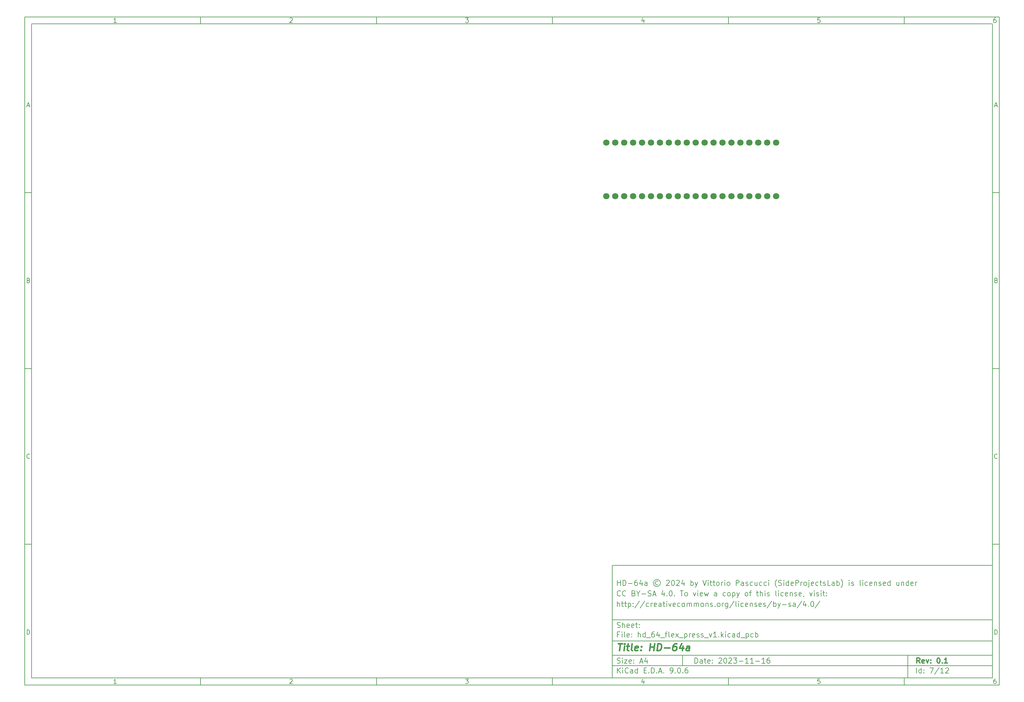
<source format=gbr>
%TF.GenerationSoftware,KiCad,Pcbnew,9.0.6*%
%TF.CreationDate,2025-11-27T00:01:33+01:00*%
%TF.ProjectId,hd_64_flex_press_v1,68645f36-345f-4666-9c65-785f70726573,0.1*%
%TF.SameCoordinates,PXd7966e0PY3c8eee0*%
%TF.FileFunction,Soldermask,Top*%
%TF.FilePolarity,Negative*%
%FSLAX46Y46*%
G04 Gerber Fmt 4.6, Leading zero omitted, Abs format (unit mm)*
G04 Created by KiCad (PCBNEW 9.0.6) date 2025-11-27 00:01:33*
%MOMM*%
%LPD*%
G01*
G04 APERTURE LIST*
%ADD10C,0.100000*%
%ADD11C,0.150000*%
%ADD12C,0.300000*%
%ADD13C,0.400000*%
%ADD14C,1.800000*%
G04 APERTURE END LIST*
D10*
D11*
X-49057800Y-102507200D02*
X58942200Y-102507200D01*
X58942200Y-134507200D01*
X-49057800Y-134507200D01*
X-49057800Y-102507200D01*
D10*
D11*
X-216060000Y53500000D02*
X60942200Y53500000D01*
X60942200Y-136507200D01*
X-216060000Y-136507200D01*
X-216060000Y53500000D01*
D10*
D11*
X-214060000Y51500000D02*
X58942200Y51500000D01*
X58942200Y-134507200D01*
X-214060000Y-134507200D01*
X-214060000Y51500000D01*
D10*
D11*
X-166060000Y51500000D02*
X-166060000Y53500000D01*
D10*
D11*
X-116060000Y51500000D02*
X-116060000Y53500000D01*
D10*
D11*
X-66060000Y51500000D02*
X-66060000Y53500000D01*
D10*
D11*
X-16060000Y51500000D02*
X-16060000Y53500000D01*
D10*
D11*
X33940000Y51500000D02*
X33940000Y53500000D01*
D10*
D11*
X-189970840Y51906396D02*
X-190713697Y51906396D01*
X-190342269Y51906396D02*
X-190342269Y53206396D01*
X-190342269Y53206396D02*
X-190466078Y53020681D01*
X-190466078Y53020681D02*
X-190589888Y52896872D01*
X-190589888Y52896872D02*
X-190713697Y52834967D01*
D10*
D11*
X-140713697Y53082586D02*
X-140651793Y53144491D01*
X-140651793Y53144491D02*
X-140527983Y53206396D01*
X-140527983Y53206396D02*
X-140218459Y53206396D01*
X-140218459Y53206396D02*
X-140094650Y53144491D01*
X-140094650Y53144491D02*
X-140032745Y53082586D01*
X-140032745Y53082586D02*
X-139970840Y52958777D01*
X-139970840Y52958777D02*
X-139970840Y52834967D01*
X-139970840Y52834967D02*
X-140032745Y52649253D01*
X-140032745Y52649253D02*
X-140775602Y51906396D01*
X-140775602Y51906396D02*
X-139970840Y51906396D01*
D10*
D11*
X-90775602Y53206396D02*
X-89970840Y53206396D01*
X-89970840Y53206396D02*
X-90404174Y52711158D01*
X-90404174Y52711158D02*
X-90218459Y52711158D01*
X-90218459Y52711158D02*
X-90094650Y52649253D01*
X-90094650Y52649253D02*
X-90032745Y52587348D01*
X-90032745Y52587348D02*
X-89970840Y52463539D01*
X-89970840Y52463539D02*
X-89970840Y52154015D01*
X-89970840Y52154015D02*
X-90032745Y52030205D01*
X-90032745Y52030205D02*
X-90094650Y51968300D01*
X-90094650Y51968300D02*
X-90218459Y51906396D01*
X-90218459Y51906396D02*
X-90589888Y51906396D01*
X-90589888Y51906396D02*
X-90713697Y51968300D01*
X-90713697Y51968300D02*
X-90775602Y52030205D01*
D10*
D11*
X-40094650Y52773062D02*
X-40094650Y51906396D01*
X-40404174Y53268300D02*
X-40713697Y52339729D01*
X-40713697Y52339729D02*
X-39908936Y52339729D01*
D10*
D11*
X9967255Y53206396D02*
X9348207Y53206396D01*
X9348207Y53206396D02*
X9286303Y52587348D01*
X9286303Y52587348D02*
X9348207Y52649253D01*
X9348207Y52649253D02*
X9472017Y52711158D01*
X9472017Y52711158D02*
X9781541Y52711158D01*
X9781541Y52711158D02*
X9905350Y52649253D01*
X9905350Y52649253D02*
X9967255Y52587348D01*
X9967255Y52587348D02*
X10029160Y52463539D01*
X10029160Y52463539D02*
X10029160Y52154015D01*
X10029160Y52154015D02*
X9967255Y52030205D01*
X9967255Y52030205D02*
X9905350Y51968300D01*
X9905350Y51968300D02*
X9781541Y51906396D01*
X9781541Y51906396D02*
X9472017Y51906396D01*
X9472017Y51906396D02*
X9348207Y51968300D01*
X9348207Y51968300D02*
X9286303Y52030205D01*
D10*
D11*
X59905350Y53206396D02*
X59657731Y53206396D01*
X59657731Y53206396D02*
X59533922Y53144491D01*
X59533922Y53144491D02*
X59472017Y53082586D01*
X59472017Y53082586D02*
X59348207Y52896872D01*
X59348207Y52896872D02*
X59286303Y52649253D01*
X59286303Y52649253D02*
X59286303Y52154015D01*
X59286303Y52154015D02*
X59348207Y52030205D01*
X59348207Y52030205D02*
X59410112Y51968300D01*
X59410112Y51968300D02*
X59533922Y51906396D01*
X59533922Y51906396D02*
X59781541Y51906396D01*
X59781541Y51906396D02*
X59905350Y51968300D01*
X59905350Y51968300D02*
X59967255Y52030205D01*
X59967255Y52030205D02*
X60029160Y52154015D01*
X60029160Y52154015D02*
X60029160Y52463539D01*
X60029160Y52463539D02*
X59967255Y52587348D01*
X59967255Y52587348D02*
X59905350Y52649253D01*
X59905350Y52649253D02*
X59781541Y52711158D01*
X59781541Y52711158D02*
X59533922Y52711158D01*
X59533922Y52711158D02*
X59410112Y52649253D01*
X59410112Y52649253D02*
X59348207Y52587348D01*
X59348207Y52587348D02*
X59286303Y52463539D01*
D10*
D11*
X-166060000Y-134507200D02*
X-166060000Y-136507200D01*
D10*
D11*
X-116060000Y-134507200D02*
X-116060000Y-136507200D01*
D10*
D11*
X-66060000Y-134507200D02*
X-66060000Y-136507200D01*
D10*
D11*
X-16060000Y-134507200D02*
X-16060000Y-136507200D01*
D10*
D11*
X33940000Y-134507200D02*
X33940000Y-136507200D01*
D10*
D11*
X-189970840Y-136100804D02*
X-190713697Y-136100804D01*
X-190342269Y-136100804D02*
X-190342269Y-134800804D01*
X-190342269Y-134800804D02*
X-190466078Y-134986519D01*
X-190466078Y-134986519D02*
X-190589888Y-135110328D01*
X-190589888Y-135110328D02*
X-190713697Y-135172233D01*
D10*
D11*
X-140713697Y-134924614D02*
X-140651793Y-134862709D01*
X-140651793Y-134862709D02*
X-140527983Y-134800804D01*
X-140527983Y-134800804D02*
X-140218459Y-134800804D01*
X-140218459Y-134800804D02*
X-140094650Y-134862709D01*
X-140094650Y-134862709D02*
X-140032745Y-134924614D01*
X-140032745Y-134924614D02*
X-139970840Y-135048423D01*
X-139970840Y-135048423D02*
X-139970840Y-135172233D01*
X-139970840Y-135172233D02*
X-140032745Y-135357947D01*
X-140032745Y-135357947D02*
X-140775602Y-136100804D01*
X-140775602Y-136100804D02*
X-139970840Y-136100804D01*
D10*
D11*
X-90775602Y-134800804D02*
X-89970840Y-134800804D01*
X-89970840Y-134800804D02*
X-90404174Y-135296042D01*
X-90404174Y-135296042D02*
X-90218459Y-135296042D01*
X-90218459Y-135296042D02*
X-90094650Y-135357947D01*
X-90094650Y-135357947D02*
X-90032745Y-135419852D01*
X-90032745Y-135419852D02*
X-89970840Y-135543661D01*
X-89970840Y-135543661D02*
X-89970840Y-135853185D01*
X-89970840Y-135853185D02*
X-90032745Y-135976995D01*
X-90032745Y-135976995D02*
X-90094650Y-136038900D01*
X-90094650Y-136038900D02*
X-90218459Y-136100804D01*
X-90218459Y-136100804D02*
X-90589888Y-136100804D01*
X-90589888Y-136100804D02*
X-90713697Y-136038900D01*
X-90713697Y-136038900D02*
X-90775602Y-135976995D01*
D10*
D11*
X-40094650Y-135234138D02*
X-40094650Y-136100804D01*
X-40404174Y-134738900D02*
X-40713697Y-135667471D01*
X-40713697Y-135667471D02*
X-39908936Y-135667471D01*
D10*
D11*
X9967255Y-134800804D02*
X9348207Y-134800804D01*
X9348207Y-134800804D02*
X9286303Y-135419852D01*
X9286303Y-135419852D02*
X9348207Y-135357947D01*
X9348207Y-135357947D02*
X9472017Y-135296042D01*
X9472017Y-135296042D02*
X9781541Y-135296042D01*
X9781541Y-135296042D02*
X9905350Y-135357947D01*
X9905350Y-135357947D02*
X9967255Y-135419852D01*
X9967255Y-135419852D02*
X10029160Y-135543661D01*
X10029160Y-135543661D02*
X10029160Y-135853185D01*
X10029160Y-135853185D02*
X9967255Y-135976995D01*
X9967255Y-135976995D02*
X9905350Y-136038900D01*
X9905350Y-136038900D02*
X9781541Y-136100804D01*
X9781541Y-136100804D02*
X9472017Y-136100804D01*
X9472017Y-136100804D02*
X9348207Y-136038900D01*
X9348207Y-136038900D02*
X9286303Y-135976995D01*
D10*
D11*
X59905350Y-134800804D02*
X59657731Y-134800804D01*
X59657731Y-134800804D02*
X59533922Y-134862709D01*
X59533922Y-134862709D02*
X59472017Y-134924614D01*
X59472017Y-134924614D02*
X59348207Y-135110328D01*
X59348207Y-135110328D02*
X59286303Y-135357947D01*
X59286303Y-135357947D02*
X59286303Y-135853185D01*
X59286303Y-135853185D02*
X59348207Y-135976995D01*
X59348207Y-135976995D02*
X59410112Y-136038900D01*
X59410112Y-136038900D02*
X59533922Y-136100804D01*
X59533922Y-136100804D02*
X59781541Y-136100804D01*
X59781541Y-136100804D02*
X59905350Y-136038900D01*
X59905350Y-136038900D02*
X59967255Y-135976995D01*
X59967255Y-135976995D02*
X60029160Y-135853185D01*
X60029160Y-135853185D02*
X60029160Y-135543661D01*
X60029160Y-135543661D02*
X59967255Y-135419852D01*
X59967255Y-135419852D02*
X59905350Y-135357947D01*
X59905350Y-135357947D02*
X59781541Y-135296042D01*
X59781541Y-135296042D02*
X59533922Y-135296042D01*
X59533922Y-135296042D02*
X59410112Y-135357947D01*
X59410112Y-135357947D02*
X59348207Y-135419852D01*
X59348207Y-135419852D02*
X59286303Y-135543661D01*
D10*
D11*
X-216060000Y3500000D02*
X-214060000Y3500000D01*
D10*
D11*
X-216060000Y-46500000D02*
X-214060000Y-46500000D01*
D10*
D11*
X-216060000Y-96500000D02*
X-214060000Y-96500000D01*
D10*
D11*
X-215369524Y28277824D02*
X-214750477Y28277824D01*
X-215493334Y27906396D02*
X-215060001Y29206396D01*
X-215060001Y29206396D02*
X-214626667Y27906396D01*
D10*
D11*
X-214967143Y-21412652D02*
X-214781429Y-21474557D01*
X-214781429Y-21474557D02*
X-214719524Y-21536461D01*
X-214719524Y-21536461D02*
X-214657620Y-21660271D01*
X-214657620Y-21660271D02*
X-214657620Y-21845985D01*
X-214657620Y-21845985D02*
X-214719524Y-21969795D01*
X-214719524Y-21969795D02*
X-214781429Y-22031700D01*
X-214781429Y-22031700D02*
X-214905239Y-22093604D01*
X-214905239Y-22093604D02*
X-215400477Y-22093604D01*
X-215400477Y-22093604D02*
X-215400477Y-20793604D01*
X-215400477Y-20793604D02*
X-214967143Y-20793604D01*
X-214967143Y-20793604D02*
X-214843334Y-20855509D01*
X-214843334Y-20855509D02*
X-214781429Y-20917414D01*
X-214781429Y-20917414D02*
X-214719524Y-21041223D01*
X-214719524Y-21041223D02*
X-214719524Y-21165033D01*
X-214719524Y-21165033D02*
X-214781429Y-21288842D01*
X-214781429Y-21288842D02*
X-214843334Y-21350747D01*
X-214843334Y-21350747D02*
X-214967143Y-21412652D01*
X-214967143Y-21412652D02*
X-215400477Y-21412652D01*
D10*
D11*
X-214657620Y-71969795D02*
X-214719524Y-72031700D01*
X-214719524Y-72031700D02*
X-214905239Y-72093604D01*
X-214905239Y-72093604D02*
X-215029048Y-72093604D01*
X-215029048Y-72093604D02*
X-215214762Y-72031700D01*
X-215214762Y-72031700D02*
X-215338572Y-71907890D01*
X-215338572Y-71907890D02*
X-215400477Y-71784080D01*
X-215400477Y-71784080D02*
X-215462381Y-71536461D01*
X-215462381Y-71536461D02*
X-215462381Y-71350747D01*
X-215462381Y-71350747D02*
X-215400477Y-71103128D01*
X-215400477Y-71103128D02*
X-215338572Y-70979319D01*
X-215338572Y-70979319D02*
X-215214762Y-70855509D01*
X-215214762Y-70855509D02*
X-215029048Y-70793604D01*
X-215029048Y-70793604D02*
X-214905239Y-70793604D01*
X-214905239Y-70793604D02*
X-214719524Y-70855509D01*
X-214719524Y-70855509D02*
X-214657620Y-70917414D01*
D10*
D11*
X-215400477Y-122093604D02*
X-215400477Y-120793604D01*
X-215400477Y-120793604D02*
X-215090953Y-120793604D01*
X-215090953Y-120793604D02*
X-214905239Y-120855509D01*
X-214905239Y-120855509D02*
X-214781429Y-120979319D01*
X-214781429Y-120979319D02*
X-214719524Y-121103128D01*
X-214719524Y-121103128D02*
X-214657620Y-121350747D01*
X-214657620Y-121350747D02*
X-214657620Y-121536461D01*
X-214657620Y-121536461D02*
X-214719524Y-121784080D01*
X-214719524Y-121784080D02*
X-214781429Y-121907890D01*
X-214781429Y-121907890D02*
X-214905239Y-122031700D01*
X-214905239Y-122031700D02*
X-215090953Y-122093604D01*
X-215090953Y-122093604D02*
X-215400477Y-122093604D01*
D10*
D11*
X60942200Y3500000D02*
X58942200Y3500000D01*
D10*
D11*
X60942200Y-46500000D02*
X58942200Y-46500000D01*
D10*
D11*
X60942200Y-96500000D02*
X58942200Y-96500000D01*
D10*
D11*
X59632676Y28277824D02*
X60251723Y28277824D01*
X59508866Y27906396D02*
X59942199Y29206396D01*
X59942199Y29206396D02*
X60375533Y27906396D01*
D10*
D11*
X60035057Y-21412652D02*
X60220771Y-21474557D01*
X60220771Y-21474557D02*
X60282676Y-21536461D01*
X60282676Y-21536461D02*
X60344580Y-21660271D01*
X60344580Y-21660271D02*
X60344580Y-21845985D01*
X60344580Y-21845985D02*
X60282676Y-21969795D01*
X60282676Y-21969795D02*
X60220771Y-22031700D01*
X60220771Y-22031700D02*
X60096961Y-22093604D01*
X60096961Y-22093604D02*
X59601723Y-22093604D01*
X59601723Y-22093604D02*
X59601723Y-20793604D01*
X59601723Y-20793604D02*
X60035057Y-20793604D01*
X60035057Y-20793604D02*
X60158866Y-20855509D01*
X60158866Y-20855509D02*
X60220771Y-20917414D01*
X60220771Y-20917414D02*
X60282676Y-21041223D01*
X60282676Y-21041223D02*
X60282676Y-21165033D01*
X60282676Y-21165033D02*
X60220771Y-21288842D01*
X60220771Y-21288842D02*
X60158866Y-21350747D01*
X60158866Y-21350747D02*
X60035057Y-21412652D01*
X60035057Y-21412652D02*
X59601723Y-21412652D01*
D10*
D11*
X60344580Y-71969795D02*
X60282676Y-72031700D01*
X60282676Y-72031700D02*
X60096961Y-72093604D01*
X60096961Y-72093604D02*
X59973152Y-72093604D01*
X59973152Y-72093604D02*
X59787438Y-72031700D01*
X59787438Y-72031700D02*
X59663628Y-71907890D01*
X59663628Y-71907890D02*
X59601723Y-71784080D01*
X59601723Y-71784080D02*
X59539819Y-71536461D01*
X59539819Y-71536461D02*
X59539819Y-71350747D01*
X59539819Y-71350747D02*
X59601723Y-71103128D01*
X59601723Y-71103128D02*
X59663628Y-70979319D01*
X59663628Y-70979319D02*
X59787438Y-70855509D01*
X59787438Y-70855509D02*
X59973152Y-70793604D01*
X59973152Y-70793604D02*
X60096961Y-70793604D01*
X60096961Y-70793604D02*
X60282676Y-70855509D01*
X60282676Y-70855509D02*
X60344580Y-70917414D01*
D10*
D11*
X59601723Y-122093604D02*
X59601723Y-120793604D01*
X59601723Y-120793604D02*
X59911247Y-120793604D01*
X59911247Y-120793604D02*
X60096961Y-120855509D01*
X60096961Y-120855509D02*
X60220771Y-120979319D01*
X60220771Y-120979319D02*
X60282676Y-121103128D01*
X60282676Y-121103128D02*
X60344580Y-121350747D01*
X60344580Y-121350747D02*
X60344580Y-121536461D01*
X60344580Y-121536461D02*
X60282676Y-121784080D01*
X60282676Y-121784080D02*
X60220771Y-121907890D01*
X60220771Y-121907890D02*
X60096961Y-122031700D01*
X60096961Y-122031700D02*
X59911247Y-122093604D01*
X59911247Y-122093604D02*
X59601723Y-122093604D01*
D10*
D11*
X-25601974Y-130293328D02*
X-25601974Y-128793328D01*
X-25601974Y-128793328D02*
X-25244831Y-128793328D01*
X-25244831Y-128793328D02*
X-25030545Y-128864757D01*
X-25030545Y-128864757D02*
X-24887688Y-129007614D01*
X-24887688Y-129007614D02*
X-24816259Y-129150471D01*
X-24816259Y-129150471D02*
X-24744831Y-129436185D01*
X-24744831Y-129436185D02*
X-24744831Y-129650471D01*
X-24744831Y-129650471D02*
X-24816259Y-129936185D01*
X-24816259Y-129936185D02*
X-24887688Y-130079042D01*
X-24887688Y-130079042D02*
X-25030545Y-130221900D01*
X-25030545Y-130221900D02*
X-25244831Y-130293328D01*
X-25244831Y-130293328D02*
X-25601974Y-130293328D01*
X-23459116Y-130293328D02*
X-23459116Y-129507614D01*
X-23459116Y-129507614D02*
X-23530545Y-129364757D01*
X-23530545Y-129364757D02*
X-23673402Y-129293328D01*
X-23673402Y-129293328D02*
X-23959116Y-129293328D01*
X-23959116Y-129293328D02*
X-24101974Y-129364757D01*
X-23459116Y-130221900D02*
X-23601974Y-130293328D01*
X-23601974Y-130293328D02*
X-23959116Y-130293328D01*
X-23959116Y-130293328D02*
X-24101974Y-130221900D01*
X-24101974Y-130221900D02*
X-24173402Y-130079042D01*
X-24173402Y-130079042D02*
X-24173402Y-129936185D01*
X-24173402Y-129936185D02*
X-24101974Y-129793328D01*
X-24101974Y-129793328D02*
X-23959116Y-129721900D01*
X-23959116Y-129721900D02*
X-23601974Y-129721900D01*
X-23601974Y-129721900D02*
X-23459116Y-129650471D01*
X-22959116Y-129293328D02*
X-22387688Y-129293328D01*
X-22744831Y-128793328D02*
X-22744831Y-130079042D01*
X-22744831Y-130079042D02*
X-22673402Y-130221900D01*
X-22673402Y-130221900D02*
X-22530545Y-130293328D01*
X-22530545Y-130293328D02*
X-22387688Y-130293328D01*
X-21316259Y-130221900D02*
X-21459116Y-130293328D01*
X-21459116Y-130293328D02*
X-21744830Y-130293328D01*
X-21744830Y-130293328D02*
X-21887688Y-130221900D01*
X-21887688Y-130221900D02*
X-21959116Y-130079042D01*
X-21959116Y-130079042D02*
X-21959116Y-129507614D01*
X-21959116Y-129507614D02*
X-21887688Y-129364757D01*
X-21887688Y-129364757D02*
X-21744830Y-129293328D01*
X-21744830Y-129293328D02*
X-21459116Y-129293328D01*
X-21459116Y-129293328D02*
X-21316259Y-129364757D01*
X-21316259Y-129364757D02*
X-21244830Y-129507614D01*
X-21244830Y-129507614D02*
X-21244830Y-129650471D01*
X-21244830Y-129650471D02*
X-21959116Y-129793328D01*
X-20601974Y-130150471D02*
X-20530545Y-130221900D01*
X-20530545Y-130221900D02*
X-20601974Y-130293328D01*
X-20601974Y-130293328D02*
X-20673402Y-130221900D01*
X-20673402Y-130221900D02*
X-20601974Y-130150471D01*
X-20601974Y-130150471D02*
X-20601974Y-130293328D01*
X-20601974Y-129364757D02*
X-20530545Y-129436185D01*
X-20530545Y-129436185D02*
X-20601974Y-129507614D01*
X-20601974Y-129507614D02*
X-20673402Y-129436185D01*
X-20673402Y-129436185D02*
X-20601974Y-129364757D01*
X-20601974Y-129364757D02*
X-20601974Y-129507614D01*
X-18816259Y-128936185D02*
X-18744831Y-128864757D01*
X-18744831Y-128864757D02*
X-18601973Y-128793328D01*
X-18601973Y-128793328D02*
X-18244831Y-128793328D01*
X-18244831Y-128793328D02*
X-18101973Y-128864757D01*
X-18101973Y-128864757D02*
X-18030545Y-128936185D01*
X-18030545Y-128936185D02*
X-17959116Y-129079042D01*
X-17959116Y-129079042D02*
X-17959116Y-129221900D01*
X-17959116Y-129221900D02*
X-18030545Y-129436185D01*
X-18030545Y-129436185D02*
X-18887688Y-130293328D01*
X-18887688Y-130293328D02*
X-17959116Y-130293328D01*
X-17030545Y-128793328D02*
X-16887688Y-128793328D01*
X-16887688Y-128793328D02*
X-16744831Y-128864757D01*
X-16744831Y-128864757D02*
X-16673402Y-128936185D01*
X-16673402Y-128936185D02*
X-16601974Y-129079042D01*
X-16601974Y-129079042D02*
X-16530545Y-129364757D01*
X-16530545Y-129364757D02*
X-16530545Y-129721900D01*
X-16530545Y-129721900D02*
X-16601974Y-130007614D01*
X-16601974Y-130007614D02*
X-16673402Y-130150471D01*
X-16673402Y-130150471D02*
X-16744831Y-130221900D01*
X-16744831Y-130221900D02*
X-16887688Y-130293328D01*
X-16887688Y-130293328D02*
X-17030545Y-130293328D01*
X-17030545Y-130293328D02*
X-17173402Y-130221900D01*
X-17173402Y-130221900D02*
X-17244831Y-130150471D01*
X-17244831Y-130150471D02*
X-17316260Y-130007614D01*
X-17316260Y-130007614D02*
X-17387688Y-129721900D01*
X-17387688Y-129721900D02*
X-17387688Y-129364757D01*
X-17387688Y-129364757D02*
X-17316260Y-129079042D01*
X-17316260Y-129079042D02*
X-17244831Y-128936185D01*
X-17244831Y-128936185D02*
X-17173402Y-128864757D01*
X-17173402Y-128864757D02*
X-17030545Y-128793328D01*
X-15959117Y-128936185D02*
X-15887689Y-128864757D01*
X-15887689Y-128864757D02*
X-15744831Y-128793328D01*
X-15744831Y-128793328D02*
X-15387689Y-128793328D01*
X-15387689Y-128793328D02*
X-15244831Y-128864757D01*
X-15244831Y-128864757D02*
X-15173403Y-128936185D01*
X-15173403Y-128936185D02*
X-15101974Y-129079042D01*
X-15101974Y-129079042D02*
X-15101974Y-129221900D01*
X-15101974Y-129221900D02*
X-15173403Y-129436185D01*
X-15173403Y-129436185D02*
X-16030546Y-130293328D01*
X-16030546Y-130293328D02*
X-15101974Y-130293328D01*
X-14601975Y-128793328D02*
X-13673403Y-128793328D01*
X-13673403Y-128793328D02*
X-14173403Y-129364757D01*
X-14173403Y-129364757D02*
X-13959118Y-129364757D01*
X-13959118Y-129364757D02*
X-13816260Y-129436185D01*
X-13816260Y-129436185D02*
X-13744832Y-129507614D01*
X-13744832Y-129507614D02*
X-13673403Y-129650471D01*
X-13673403Y-129650471D02*
X-13673403Y-130007614D01*
X-13673403Y-130007614D02*
X-13744832Y-130150471D01*
X-13744832Y-130150471D02*
X-13816260Y-130221900D01*
X-13816260Y-130221900D02*
X-13959118Y-130293328D01*
X-13959118Y-130293328D02*
X-14387689Y-130293328D01*
X-14387689Y-130293328D02*
X-14530546Y-130221900D01*
X-14530546Y-130221900D02*
X-14601975Y-130150471D01*
X-13030547Y-129721900D02*
X-11887689Y-129721900D01*
X-10387689Y-130293328D02*
X-11244832Y-130293328D01*
X-10816261Y-130293328D02*
X-10816261Y-128793328D01*
X-10816261Y-128793328D02*
X-10959118Y-129007614D01*
X-10959118Y-129007614D02*
X-11101975Y-129150471D01*
X-11101975Y-129150471D02*
X-11244832Y-129221900D01*
X-8959118Y-130293328D02*
X-9816261Y-130293328D01*
X-9387690Y-130293328D02*
X-9387690Y-128793328D01*
X-9387690Y-128793328D02*
X-9530547Y-129007614D01*
X-9530547Y-129007614D02*
X-9673404Y-129150471D01*
X-9673404Y-129150471D02*
X-9816261Y-129221900D01*
X-8316262Y-129721900D02*
X-7173404Y-129721900D01*
X-5673404Y-130293328D02*
X-6530547Y-130293328D01*
X-6101976Y-130293328D02*
X-6101976Y-128793328D01*
X-6101976Y-128793328D02*
X-6244833Y-129007614D01*
X-6244833Y-129007614D02*
X-6387690Y-129150471D01*
X-6387690Y-129150471D02*
X-6530547Y-129221900D01*
X-4387690Y-128793328D02*
X-4673405Y-128793328D01*
X-4673405Y-128793328D02*
X-4816262Y-128864757D01*
X-4816262Y-128864757D02*
X-4887690Y-128936185D01*
X-4887690Y-128936185D02*
X-5030548Y-129150471D01*
X-5030548Y-129150471D02*
X-5101976Y-129436185D01*
X-5101976Y-129436185D02*
X-5101976Y-130007614D01*
X-5101976Y-130007614D02*
X-5030548Y-130150471D01*
X-5030548Y-130150471D02*
X-4959119Y-130221900D01*
X-4959119Y-130221900D02*
X-4816262Y-130293328D01*
X-4816262Y-130293328D02*
X-4530548Y-130293328D01*
X-4530548Y-130293328D02*
X-4387690Y-130221900D01*
X-4387690Y-130221900D02*
X-4316262Y-130150471D01*
X-4316262Y-130150471D02*
X-4244833Y-130007614D01*
X-4244833Y-130007614D02*
X-4244833Y-129650471D01*
X-4244833Y-129650471D02*
X-4316262Y-129507614D01*
X-4316262Y-129507614D02*
X-4387690Y-129436185D01*
X-4387690Y-129436185D02*
X-4530548Y-129364757D01*
X-4530548Y-129364757D02*
X-4816262Y-129364757D01*
X-4816262Y-129364757D02*
X-4959119Y-129436185D01*
X-4959119Y-129436185D02*
X-5030548Y-129507614D01*
X-5030548Y-129507614D02*
X-5101976Y-129650471D01*
D10*
D11*
X-49057800Y-131007200D02*
X58942200Y-131007200D01*
D10*
D11*
X-47601974Y-133093328D02*
X-47601974Y-131593328D01*
X-46744831Y-133093328D02*
X-47387688Y-132236185D01*
X-46744831Y-131593328D02*
X-47601974Y-132450471D01*
X-46101974Y-133093328D02*
X-46101974Y-132093328D01*
X-46101974Y-131593328D02*
X-46173402Y-131664757D01*
X-46173402Y-131664757D02*
X-46101974Y-131736185D01*
X-46101974Y-131736185D02*
X-46030545Y-131664757D01*
X-46030545Y-131664757D02*
X-46101974Y-131593328D01*
X-46101974Y-131593328D02*
X-46101974Y-131736185D01*
X-44530545Y-132950471D02*
X-44601973Y-133021900D01*
X-44601973Y-133021900D02*
X-44816259Y-133093328D01*
X-44816259Y-133093328D02*
X-44959116Y-133093328D01*
X-44959116Y-133093328D02*
X-45173402Y-133021900D01*
X-45173402Y-133021900D02*
X-45316259Y-132879042D01*
X-45316259Y-132879042D02*
X-45387688Y-132736185D01*
X-45387688Y-132736185D02*
X-45459116Y-132450471D01*
X-45459116Y-132450471D02*
X-45459116Y-132236185D01*
X-45459116Y-132236185D02*
X-45387688Y-131950471D01*
X-45387688Y-131950471D02*
X-45316259Y-131807614D01*
X-45316259Y-131807614D02*
X-45173402Y-131664757D01*
X-45173402Y-131664757D02*
X-44959116Y-131593328D01*
X-44959116Y-131593328D02*
X-44816259Y-131593328D01*
X-44816259Y-131593328D02*
X-44601973Y-131664757D01*
X-44601973Y-131664757D02*
X-44530545Y-131736185D01*
X-43244830Y-133093328D02*
X-43244830Y-132307614D01*
X-43244830Y-132307614D02*
X-43316259Y-132164757D01*
X-43316259Y-132164757D02*
X-43459116Y-132093328D01*
X-43459116Y-132093328D02*
X-43744830Y-132093328D01*
X-43744830Y-132093328D02*
X-43887688Y-132164757D01*
X-43244830Y-133021900D02*
X-43387688Y-133093328D01*
X-43387688Y-133093328D02*
X-43744830Y-133093328D01*
X-43744830Y-133093328D02*
X-43887688Y-133021900D01*
X-43887688Y-133021900D02*
X-43959116Y-132879042D01*
X-43959116Y-132879042D02*
X-43959116Y-132736185D01*
X-43959116Y-132736185D02*
X-43887688Y-132593328D01*
X-43887688Y-132593328D02*
X-43744830Y-132521900D01*
X-43744830Y-132521900D02*
X-43387688Y-132521900D01*
X-43387688Y-132521900D02*
X-43244830Y-132450471D01*
X-41887687Y-133093328D02*
X-41887687Y-131593328D01*
X-41887687Y-133021900D02*
X-42030545Y-133093328D01*
X-42030545Y-133093328D02*
X-42316259Y-133093328D01*
X-42316259Y-133093328D02*
X-42459116Y-133021900D01*
X-42459116Y-133021900D02*
X-42530545Y-132950471D01*
X-42530545Y-132950471D02*
X-42601973Y-132807614D01*
X-42601973Y-132807614D02*
X-42601973Y-132379042D01*
X-42601973Y-132379042D02*
X-42530545Y-132236185D01*
X-42530545Y-132236185D02*
X-42459116Y-132164757D01*
X-42459116Y-132164757D02*
X-42316259Y-132093328D01*
X-42316259Y-132093328D02*
X-42030545Y-132093328D01*
X-42030545Y-132093328D02*
X-41887687Y-132164757D01*
X-40030545Y-132307614D02*
X-39530545Y-132307614D01*
X-39316259Y-133093328D02*
X-40030545Y-133093328D01*
X-40030545Y-133093328D02*
X-40030545Y-131593328D01*
X-40030545Y-131593328D02*
X-39316259Y-131593328D01*
X-38673402Y-132950471D02*
X-38601973Y-133021900D01*
X-38601973Y-133021900D02*
X-38673402Y-133093328D01*
X-38673402Y-133093328D02*
X-38744830Y-133021900D01*
X-38744830Y-133021900D02*
X-38673402Y-132950471D01*
X-38673402Y-132950471D02*
X-38673402Y-133093328D01*
X-37959116Y-133093328D02*
X-37959116Y-131593328D01*
X-37959116Y-131593328D02*
X-37601973Y-131593328D01*
X-37601973Y-131593328D02*
X-37387687Y-131664757D01*
X-37387687Y-131664757D02*
X-37244830Y-131807614D01*
X-37244830Y-131807614D02*
X-37173401Y-131950471D01*
X-37173401Y-131950471D02*
X-37101973Y-132236185D01*
X-37101973Y-132236185D02*
X-37101973Y-132450471D01*
X-37101973Y-132450471D02*
X-37173401Y-132736185D01*
X-37173401Y-132736185D02*
X-37244830Y-132879042D01*
X-37244830Y-132879042D02*
X-37387687Y-133021900D01*
X-37387687Y-133021900D02*
X-37601973Y-133093328D01*
X-37601973Y-133093328D02*
X-37959116Y-133093328D01*
X-36459116Y-132950471D02*
X-36387687Y-133021900D01*
X-36387687Y-133021900D02*
X-36459116Y-133093328D01*
X-36459116Y-133093328D02*
X-36530544Y-133021900D01*
X-36530544Y-133021900D02*
X-36459116Y-132950471D01*
X-36459116Y-132950471D02*
X-36459116Y-133093328D01*
X-35816258Y-132664757D02*
X-35101972Y-132664757D01*
X-35959115Y-133093328D02*
X-35459115Y-131593328D01*
X-35459115Y-131593328D02*
X-34959115Y-133093328D01*
X-34459116Y-132950471D02*
X-34387687Y-133021900D01*
X-34387687Y-133021900D02*
X-34459116Y-133093328D01*
X-34459116Y-133093328D02*
X-34530544Y-133021900D01*
X-34530544Y-133021900D02*
X-34459116Y-132950471D01*
X-34459116Y-132950471D02*
X-34459116Y-133093328D01*
X-32530544Y-133093328D02*
X-32244830Y-133093328D01*
X-32244830Y-133093328D02*
X-32101973Y-133021900D01*
X-32101973Y-133021900D02*
X-32030544Y-132950471D01*
X-32030544Y-132950471D02*
X-31887687Y-132736185D01*
X-31887687Y-132736185D02*
X-31816258Y-132450471D01*
X-31816258Y-132450471D02*
X-31816258Y-131879042D01*
X-31816258Y-131879042D02*
X-31887687Y-131736185D01*
X-31887687Y-131736185D02*
X-31959115Y-131664757D01*
X-31959115Y-131664757D02*
X-32101973Y-131593328D01*
X-32101973Y-131593328D02*
X-32387687Y-131593328D01*
X-32387687Y-131593328D02*
X-32530544Y-131664757D01*
X-32530544Y-131664757D02*
X-32601973Y-131736185D01*
X-32601973Y-131736185D02*
X-32673401Y-131879042D01*
X-32673401Y-131879042D02*
X-32673401Y-132236185D01*
X-32673401Y-132236185D02*
X-32601973Y-132379042D01*
X-32601973Y-132379042D02*
X-32530544Y-132450471D01*
X-32530544Y-132450471D02*
X-32387687Y-132521900D01*
X-32387687Y-132521900D02*
X-32101973Y-132521900D01*
X-32101973Y-132521900D02*
X-31959115Y-132450471D01*
X-31959115Y-132450471D02*
X-31887687Y-132379042D01*
X-31887687Y-132379042D02*
X-31816258Y-132236185D01*
X-31173402Y-132950471D02*
X-31101973Y-133021900D01*
X-31101973Y-133021900D02*
X-31173402Y-133093328D01*
X-31173402Y-133093328D02*
X-31244830Y-133021900D01*
X-31244830Y-133021900D02*
X-31173402Y-132950471D01*
X-31173402Y-132950471D02*
X-31173402Y-133093328D01*
X-30173401Y-131593328D02*
X-30030544Y-131593328D01*
X-30030544Y-131593328D02*
X-29887687Y-131664757D01*
X-29887687Y-131664757D02*
X-29816258Y-131736185D01*
X-29816258Y-131736185D02*
X-29744830Y-131879042D01*
X-29744830Y-131879042D02*
X-29673401Y-132164757D01*
X-29673401Y-132164757D02*
X-29673401Y-132521900D01*
X-29673401Y-132521900D02*
X-29744830Y-132807614D01*
X-29744830Y-132807614D02*
X-29816258Y-132950471D01*
X-29816258Y-132950471D02*
X-29887687Y-133021900D01*
X-29887687Y-133021900D02*
X-30030544Y-133093328D01*
X-30030544Y-133093328D02*
X-30173401Y-133093328D01*
X-30173401Y-133093328D02*
X-30316258Y-133021900D01*
X-30316258Y-133021900D02*
X-30387687Y-132950471D01*
X-30387687Y-132950471D02*
X-30459116Y-132807614D01*
X-30459116Y-132807614D02*
X-30530544Y-132521900D01*
X-30530544Y-132521900D02*
X-30530544Y-132164757D01*
X-30530544Y-132164757D02*
X-30459116Y-131879042D01*
X-30459116Y-131879042D02*
X-30387687Y-131736185D01*
X-30387687Y-131736185D02*
X-30316258Y-131664757D01*
X-30316258Y-131664757D02*
X-30173401Y-131593328D01*
X-29030545Y-132950471D02*
X-28959116Y-133021900D01*
X-28959116Y-133021900D02*
X-29030545Y-133093328D01*
X-29030545Y-133093328D02*
X-29101973Y-133021900D01*
X-29101973Y-133021900D02*
X-29030545Y-132950471D01*
X-29030545Y-132950471D02*
X-29030545Y-133093328D01*
X-27673401Y-131593328D02*
X-27959116Y-131593328D01*
X-27959116Y-131593328D02*
X-28101973Y-131664757D01*
X-28101973Y-131664757D02*
X-28173401Y-131736185D01*
X-28173401Y-131736185D02*
X-28316259Y-131950471D01*
X-28316259Y-131950471D02*
X-28387687Y-132236185D01*
X-28387687Y-132236185D02*
X-28387687Y-132807614D01*
X-28387687Y-132807614D02*
X-28316259Y-132950471D01*
X-28316259Y-132950471D02*
X-28244830Y-133021900D01*
X-28244830Y-133021900D02*
X-28101973Y-133093328D01*
X-28101973Y-133093328D02*
X-27816259Y-133093328D01*
X-27816259Y-133093328D02*
X-27673401Y-133021900D01*
X-27673401Y-133021900D02*
X-27601973Y-132950471D01*
X-27601973Y-132950471D02*
X-27530544Y-132807614D01*
X-27530544Y-132807614D02*
X-27530544Y-132450471D01*
X-27530544Y-132450471D02*
X-27601973Y-132307614D01*
X-27601973Y-132307614D02*
X-27673401Y-132236185D01*
X-27673401Y-132236185D02*
X-27816259Y-132164757D01*
X-27816259Y-132164757D02*
X-28101973Y-132164757D01*
X-28101973Y-132164757D02*
X-28244830Y-132236185D01*
X-28244830Y-132236185D02*
X-28316259Y-132307614D01*
X-28316259Y-132307614D02*
X-28387687Y-132450471D01*
D10*
D11*
X-49057800Y-128007200D02*
X58942200Y-128007200D01*
D10*
D12*
X38353853Y-130285528D02*
X37853853Y-129571242D01*
X37496710Y-130285528D02*
X37496710Y-128785528D01*
X37496710Y-128785528D02*
X38068139Y-128785528D01*
X38068139Y-128785528D02*
X38210996Y-128856957D01*
X38210996Y-128856957D02*
X38282425Y-128928385D01*
X38282425Y-128928385D02*
X38353853Y-129071242D01*
X38353853Y-129071242D02*
X38353853Y-129285528D01*
X38353853Y-129285528D02*
X38282425Y-129428385D01*
X38282425Y-129428385D02*
X38210996Y-129499814D01*
X38210996Y-129499814D02*
X38068139Y-129571242D01*
X38068139Y-129571242D02*
X37496710Y-129571242D01*
X39568139Y-130214100D02*
X39425282Y-130285528D01*
X39425282Y-130285528D02*
X39139568Y-130285528D01*
X39139568Y-130285528D02*
X38996710Y-130214100D01*
X38996710Y-130214100D02*
X38925282Y-130071242D01*
X38925282Y-130071242D02*
X38925282Y-129499814D01*
X38925282Y-129499814D02*
X38996710Y-129356957D01*
X38996710Y-129356957D02*
X39139568Y-129285528D01*
X39139568Y-129285528D02*
X39425282Y-129285528D01*
X39425282Y-129285528D02*
X39568139Y-129356957D01*
X39568139Y-129356957D02*
X39639568Y-129499814D01*
X39639568Y-129499814D02*
X39639568Y-129642671D01*
X39639568Y-129642671D02*
X38925282Y-129785528D01*
X40139567Y-129285528D02*
X40496710Y-130285528D01*
X40496710Y-130285528D02*
X40853853Y-129285528D01*
X41425281Y-130142671D02*
X41496710Y-130214100D01*
X41496710Y-130214100D02*
X41425281Y-130285528D01*
X41425281Y-130285528D02*
X41353853Y-130214100D01*
X41353853Y-130214100D02*
X41425281Y-130142671D01*
X41425281Y-130142671D02*
X41425281Y-130285528D01*
X41425281Y-129356957D02*
X41496710Y-129428385D01*
X41496710Y-129428385D02*
X41425281Y-129499814D01*
X41425281Y-129499814D02*
X41353853Y-129428385D01*
X41353853Y-129428385D02*
X41425281Y-129356957D01*
X41425281Y-129356957D02*
X41425281Y-129499814D01*
X43568139Y-128785528D02*
X43710996Y-128785528D01*
X43710996Y-128785528D02*
X43853853Y-128856957D01*
X43853853Y-128856957D02*
X43925282Y-128928385D01*
X43925282Y-128928385D02*
X43996710Y-129071242D01*
X43996710Y-129071242D02*
X44068139Y-129356957D01*
X44068139Y-129356957D02*
X44068139Y-129714100D01*
X44068139Y-129714100D02*
X43996710Y-129999814D01*
X43996710Y-129999814D02*
X43925282Y-130142671D01*
X43925282Y-130142671D02*
X43853853Y-130214100D01*
X43853853Y-130214100D02*
X43710996Y-130285528D01*
X43710996Y-130285528D02*
X43568139Y-130285528D01*
X43568139Y-130285528D02*
X43425282Y-130214100D01*
X43425282Y-130214100D02*
X43353853Y-130142671D01*
X43353853Y-130142671D02*
X43282424Y-129999814D01*
X43282424Y-129999814D02*
X43210996Y-129714100D01*
X43210996Y-129714100D02*
X43210996Y-129356957D01*
X43210996Y-129356957D02*
X43282424Y-129071242D01*
X43282424Y-129071242D02*
X43353853Y-128928385D01*
X43353853Y-128928385D02*
X43425282Y-128856957D01*
X43425282Y-128856957D02*
X43568139Y-128785528D01*
X44710995Y-130142671D02*
X44782424Y-130214100D01*
X44782424Y-130214100D02*
X44710995Y-130285528D01*
X44710995Y-130285528D02*
X44639567Y-130214100D01*
X44639567Y-130214100D02*
X44710995Y-130142671D01*
X44710995Y-130142671D02*
X44710995Y-130285528D01*
X46210996Y-130285528D02*
X45353853Y-130285528D01*
X45782424Y-130285528D02*
X45782424Y-128785528D01*
X45782424Y-128785528D02*
X45639567Y-128999814D01*
X45639567Y-128999814D02*
X45496710Y-129142671D01*
X45496710Y-129142671D02*
X45353853Y-129214100D01*
D10*
D11*
X-47673402Y-130221900D02*
X-47459116Y-130293328D01*
X-47459116Y-130293328D02*
X-47101974Y-130293328D01*
X-47101974Y-130293328D02*
X-46959116Y-130221900D01*
X-46959116Y-130221900D02*
X-46887688Y-130150471D01*
X-46887688Y-130150471D02*
X-46816259Y-130007614D01*
X-46816259Y-130007614D02*
X-46816259Y-129864757D01*
X-46816259Y-129864757D02*
X-46887688Y-129721900D01*
X-46887688Y-129721900D02*
X-46959116Y-129650471D01*
X-46959116Y-129650471D02*
X-47101974Y-129579042D01*
X-47101974Y-129579042D02*
X-47387688Y-129507614D01*
X-47387688Y-129507614D02*
X-47530545Y-129436185D01*
X-47530545Y-129436185D02*
X-47601974Y-129364757D01*
X-47601974Y-129364757D02*
X-47673402Y-129221900D01*
X-47673402Y-129221900D02*
X-47673402Y-129079042D01*
X-47673402Y-129079042D02*
X-47601974Y-128936185D01*
X-47601974Y-128936185D02*
X-47530545Y-128864757D01*
X-47530545Y-128864757D02*
X-47387688Y-128793328D01*
X-47387688Y-128793328D02*
X-47030545Y-128793328D01*
X-47030545Y-128793328D02*
X-46816259Y-128864757D01*
X-46173403Y-130293328D02*
X-46173403Y-129293328D01*
X-46173403Y-128793328D02*
X-46244831Y-128864757D01*
X-46244831Y-128864757D02*
X-46173403Y-128936185D01*
X-46173403Y-128936185D02*
X-46101974Y-128864757D01*
X-46101974Y-128864757D02*
X-46173403Y-128793328D01*
X-46173403Y-128793328D02*
X-46173403Y-128936185D01*
X-45601974Y-129293328D02*
X-44816259Y-129293328D01*
X-44816259Y-129293328D02*
X-45601974Y-130293328D01*
X-45601974Y-130293328D02*
X-44816259Y-130293328D01*
X-43673402Y-130221900D02*
X-43816259Y-130293328D01*
X-43816259Y-130293328D02*
X-44101973Y-130293328D01*
X-44101973Y-130293328D02*
X-44244831Y-130221900D01*
X-44244831Y-130221900D02*
X-44316259Y-130079042D01*
X-44316259Y-130079042D02*
X-44316259Y-129507614D01*
X-44316259Y-129507614D02*
X-44244831Y-129364757D01*
X-44244831Y-129364757D02*
X-44101973Y-129293328D01*
X-44101973Y-129293328D02*
X-43816259Y-129293328D01*
X-43816259Y-129293328D02*
X-43673402Y-129364757D01*
X-43673402Y-129364757D02*
X-43601973Y-129507614D01*
X-43601973Y-129507614D02*
X-43601973Y-129650471D01*
X-43601973Y-129650471D02*
X-44316259Y-129793328D01*
X-42959117Y-130150471D02*
X-42887688Y-130221900D01*
X-42887688Y-130221900D02*
X-42959117Y-130293328D01*
X-42959117Y-130293328D02*
X-43030545Y-130221900D01*
X-43030545Y-130221900D02*
X-42959117Y-130150471D01*
X-42959117Y-130150471D02*
X-42959117Y-130293328D01*
X-42959117Y-129364757D02*
X-42887688Y-129436185D01*
X-42887688Y-129436185D02*
X-42959117Y-129507614D01*
X-42959117Y-129507614D02*
X-43030545Y-129436185D01*
X-43030545Y-129436185D02*
X-42959117Y-129364757D01*
X-42959117Y-129364757D02*
X-42959117Y-129507614D01*
X-41173402Y-129864757D02*
X-40459116Y-129864757D01*
X-41316259Y-130293328D02*
X-40816259Y-128793328D01*
X-40816259Y-128793328D02*
X-40316259Y-130293328D01*
X-39173402Y-129293328D02*
X-39173402Y-130293328D01*
X-39530545Y-128721900D02*
X-39887688Y-129793328D01*
X-39887688Y-129793328D02*
X-38959117Y-129793328D01*
D10*
D11*
X37398026Y-133093328D02*
X37398026Y-131593328D01*
X38755170Y-133093328D02*
X38755170Y-131593328D01*
X38755170Y-133021900D02*
X38612312Y-133093328D01*
X38612312Y-133093328D02*
X38326598Y-133093328D01*
X38326598Y-133093328D02*
X38183741Y-133021900D01*
X38183741Y-133021900D02*
X38112312Y-132950471D01*
X38112312Y-132950471D02*
X38040884Y-132807614D01*
X38040884Y-132807614D02*
X38040884Y-132379042D01*
X38040884Y-132379042D02*
X38112312Y-132236185D01*
X38112312Y-132236185D02*
X38183741Y-132164757D01*
X38183741Y-132164757D02*
X38326598Y-132093328D01*
X38326598Y-132093328D02*
X38612312Y-132093328D01*
X38612312Y-132093328D02*
X38755170Y-132164757D01*
X39469455Y-132950471D02*
X39540884Y-133021900D01*
X39540884Y-133021900D02*
X39469455Y-133093328D01*
X39469455Y-133093328D02*
X39398027Y-133021900D01*
X39398027Y-133021900D02*
X39469455Y-132950471D01*
X39469455Y-132950471D02*
X39469455Y-133093328D01*
X39469455Y-132164757D02*
X39540884Y-132236185D01*
X39540884Y-132236185D02*
X39469455Y-132307614D01*
X39469455Y-132307614D02*
X39398027Y-132236185D01*
X39398027Y-132236185D02*
X39469455Y-132164757D01*
X39469455Y-132164757D02*
X39469455Y-132307614D01*
X41183741Y-131593328D02*
X42183741Y-131593328D01*
X42183741Y-131593328D02*
X41540884Y-133093328D01*
X43826598Y-131521900D02*
X42540884Y-133450471D01*
X45112313Y-133093328D02*
X44255170Y-133093328D01*
X44683741Y-133093328D02*
X44683741Y-131593328D01*
X44683741Y-131593328D02*
X44540884Y-131807614D01*
X44540884Y-131807614D02*
X44398027Y-131950471D01*
X44398027Y-131950471D02*
X44255170Y-132021900D01*
X45683741Y-131736185D02*
X45755169Y-131664757D01*
X45755169Y-131664757D02*
X45898027Y-131593328D01*
X45898027Y-131593328D02*
X46255169Y-131593328D01*
X46255169Y-131593328D02*
X46398027Y-131664757D01*
X46398027Y-131664757D02*
X46469455Y-131736185D01*
X46469455Y-131736185D02*
X46540884Y-131879042D01*
X46540884Y-131879042D02*
X46540884Y-132021900D01*
X46540884Y-132021900D02*
X46469455Y-132236185D01*
X46469455Y-132236185D02*
X45612312Y-133093328D01*
X45612312Y-133093328D02*
X46540884Y-133093328D01*
D10*
D11*
X-49057800Y-124007200D02*
X58942200Y-124007200D01*
D10*
D13*
X-47366072Y-124711638D02*
X-46223215Y-124711638D01*
X-47044643Y-126711638D02*
X-46794643Y-124711638D01*
X-45806548Y-126711638D02*
X-45639881Y-125378304D01*
X-45556548Y-124711638D02*
X-45663691Y-124806876D01*
X-45663691Y-124806876D02*
X-45580357Y-124902114D01*
X-45580357Y-124902114D02*
X-45473214Y-124806876D01*
X-45473214Y-124806876D02*
X-45556548Y-124711638D01*
X-45556548Y-124711638D02*
X-45580357Y-124902114D01*
X-44973214Y-125378304D02*
X-44211310Y-125378304D01*
X-44604167Y-124711638D02*
X-44818452Y-126425923D01*
X-44818452Y-126425923D02*
X-44747024Y-126616400D01*
X-44747024Y-126616400D02*
X-44568452Y-126711638D01*
X-44568452Y-126711638D02*
X-44377976Y-126711638D01*
X-43425595Y-126711638D02*
X-43604167Y-126616400D01*
X-43604167Y-126616400D02*
X-43675595Y-126425923D01*
X-43675595Y-126425923D02*
X-43461310Y-124711638D01*
X-41889881Y-126616400D02*
X-42092262Y-126711638D01*
X-42092262Y-126711638D02*
X-42473215Y-126711638D01*
X-42473215Y-126711638D02*
X-42651786Y-126616400D01*
X-42651786Y-126616400D02*
X-42723215Y-126425923D01*
X-42723215Y-126425923D02*
X-42627976Y-125664019D01*
X-42627976Y-125664019D02*
X-42508929Y-125473542D01*
X-42508929Y-125473542D02*
X-42306548Y-125378304D01*
X-42306548Y-125378304D02*
X-41925596Y-125378304D01*
X-41925596Y-125378304D02*
X-41747024Y-125473542D01*
X-41747024Y-125473542D02*
X-41675596Y-125664019D01*
X-41675596Y-125664019D02*
X-41699405Y-125854495D01*
X-41699405Y-125854495D02*
X-42675596Y-126044971D01*
X-40925595Y-126521161D02*
X-40842262Y-126616400D01*
X-40842262Y-126616400D02*
X-40949405Y-126711638D01*
X-40949405Y-126711638D02*
X-41032738Y-126616400D01*
X-41032738Y-126616400D02*
X-40925595Y-126521161D01*
X-40925595Y-126521161D02*
X-40949405Y-126711638D01*
X-40794643Y-125473542D02*
X-40711310Y-125568780D01*
X-40711310Y-125568780D02*
X-40818452Y-125664019D01*
X-40818452Y-125664019D02*
X-40901786Y-125568780D01*
X-40901786Y-125568780D02*
X-40794643Y-125473542D01*
X-40794643Y-125473542D02*
X-40818452Y-125664019D01*
X-38473214Y-126711638D02*
X-38223214Y-124711638D01*
X-38342261Y-125664019D02*
X-37199404Y-125664019D01*
X-37330357Y-126711638D02*
X-37080357Y-124711638D01*
X-36377976Y-126711638D02*
X-36127976Y-124711638D01*
X-36127976Y-124711638D02*
X-35651785Y-124711638D01*
X-35651785Y-124711638D02*
X-35377976Y-124806876D01*
X-35377976Y-124806876D02*
X-35211309Y-124997352D01*
X-35211309Y-124997352D02*
X-35139881Y-125187828D01*
X-35139881Y-125187828D02*
X-35092261Y-125568780D01*
X-35092261Y-125568780D02*
X-35127976Y-125854495D01*
X-35127976Y-125854495D02*
X-35270833Y-126235447D01*
X-35270833Y-126235447D02*
X-35389881Y-126425923D01*
X-35389881Y-126425923D02*
X-35604166Y-126616400D01*
X-35604166Y-126616400D02*
X-35901785Y-126711638D01*
X-35901785Y-126711638D02*
X-36377976Y-126711638D01*
X-34282738Y-125949733D02*
X-32758928Y-125949733D01*
X-30794643Y-124711638D02*
X-31175595Y-124711638D01*
X-31175595Y-124711638D02*
X-31377976Y-124806876D01*
X-31377976Y-124806876D02*
X-31485119Y-124902114D01*
X-31485119Y-124902114D02*
X-31711310Y-125187828D01*
X-31711310Y-125187828D02*
X-31854167Y-125568780D01*
X-31854167Y-125568780D02*
X-31949405Y-126330685D01*
X-31949405Y-126330685D02*
X-31877976Y-126521161D01*
X-31877976Y-126521161D02*
X-31794643Y-126616400D01*
X-31794643Y-126616400D02*
X-31616071Y-126711638D01*
X-31616071Y-126711638D02*
X-31235119Y-126711638D01*
X-31235119Y-126711638D02*
X-31032738Y-126616400D01*
X-31032738Y-126616400D02*
X-30925595Y-126521161D01*
X-30925595Y-126521161D02*
X-30806548Y-126330685D01*
X-30806548Y-126330685D02*
X-30747024Y-125854495D01*
X-30747024Y-125854495D02*
X-30818452Y-125664019D01*
X-30818452Y-125664019D02*
X-30901786Y-125568780D01*
X-30901786Y-125568780D02*
X-31080357Y-125473542D01*
X-31080357Y-125473542D02*
X-31461310Y-125473542D01*
X-31461310Y-125473542D02*
X-31663691Y-125568780D01*
X-31663691Y-125568780D02*
X-31770833Y-125664019D01*
X-31770833Y-125664019D02*
X-31889881Y-125854495D01*
X-28973214Y-125378304D02*
X-29139881Y-126711638D01*
X-29354167Y-124616400D02*
X-30008929Y-126044971D01*
X-30008929Y-126044971D02*
X-28770833Y-126044971D01*
X-27235119Y-126711638D02*
X-27104167Y-125664019D01*
X-27104167Y-125664019D02*
X-27175595Y-125473542D01*
X-27175595Y-125473542D02*
X-27354167Y-125378304D01*
X-27354167Y-125378304D02*
X-27735119Y-125378304D01*
X-27735119Y-125378304D02*
X-27937500Y-125473542D01*
X-27223214Y-126616400D02*
X-27425595Y-126711638D01*
X-27425595Y-126711638D02*
X-27901786Y-126711638D01*
X-27901786Y-126711638D02*
X-28080357Y-126616400D01*
X-28080357Y-126616400D02*
X-28151786Y-126425923D01*
X-28151786Y-126425923D02*
X-28127976Y-126235447D01*
X-28127976Y-126235447D02*
X-28008928Y-126044971D01*
X-28008928Y-126044971D02*
X-27806547Y-125949733D01*
X-27806547Y-125949733D02*
X-27330357Y-125949733D01*
X-27330357Y-125949733D02*
X-27127976Y-125854495D01*
D10*
D11*
X-47101974Y-122107614D02*
X-47601974Y-122107614D01*
X-47601974Y-122893328D02*
X-47601974Y-121393328D01*
X-47601974Y-121393328D02*
X-46887688Y-121393328D01*
X-46316260Y-122893328D02*
X-46316260Y-121893328D01*
X-46316260Y-121393328D02*
X-46387688Y-121464757D01*
X-46387688Y-121464757D02*
X-46316260Y-121536185D01*
X-46316260Y-121536185D02*
X-46244831Y-121464757D01*
X-46244831Y-121464757D02*
X-46316260Y-121393328D01*
X-46316260Y-121393328D02*
X-46316260Y-121536185D01*
X-45387688Y-122893328D02*
X-45530545Y-122821900D01*
X-45530545Y-122821900D02*
X-45601974Y-122679042D01*
X-45601974Y-122679042D02*
X-45601974Y-121393328D01*
X-44244831Y-122821900D02*
X-44387688Y-122893328D01*
X-44387688Y-122893328D02*
X-44673402Y-122893328D01*
X-44673402Y-122893328D02*
X-44816260Y-122821900D01*
X-44816260Y-122821900D02*
X-44887688Y-122679042D01*
X-44887688Y-122679042D02*
X-44887688Y-122107614D01*
X-44887688Y-122107614D02*
X-44816260Y-121964757D01*
X-44816260Y-121964757D02*
X-44673402Y-121893328D01*
X-44673402Y-121893328D02*
X-44387688Y-121893328D01*
X-44387688Y-121893328D02*
X-44244831Y-121964757D01*
X-44244831Y-121964757D02*
X-44173402Y-122107614D01*
X-44173402Y-122107614D02*
X-44173402Y-122250471D01*
X-44173402Y-122250471D02*
X-44887688Y-122393328D01*
X-43530546Y-122750471D02*
X-43459117Y-122821900D01*
X-43459117Y-122821900D02*
X-43530546Y-122893328D01*
X-43530546Y-122893328D02*
X-43601974Y-122821900D01*
X-43601974Y-122821900D02*
X-43530546Y-122750471D01*
X-43530546Y-122750471D02*
X-43530546Y-122893328D01*
X-43530546Y-121964757D02*
X-43459117Y-122036185D01*
X-43459117Y-122036185D02*
X-43530546Y-122107614D01*
X-43530546Y-122107614D02*
X-43601974Y-122036185D01*
X-43601974Y-122036185D02*
X-43530546Y-121964757D01*
X-43530546Y-121964757D02*
X-43530546Y-122107614D01*
X-41673403Y-122893328D02*
X-41673403Y-121393328D01*
X-41030545Y-122893328D02*
X-41030545Y-122107614D01*
X-41030545Y-122107614D02*
X-41101974Y-121964757D01*
X-41101974Y-121964757D02*
X-41244831Y-121893328D01*
X-41244831Y-121893328D02*
X-41459117Y-121893328D01*
X-41459117Y-121893328D02*
X-41601974Y-121964757D01*
X-41601974Y-121964757D02*
X-41673403Y-122036185D01*
X-39673402Y-122893328D02*
X-39673402Y-121393328D01*
X-39673402Y-122821900D02*
X-39816260Y-122893328D01*
X-39816260Y-122893328D02*
X-40101974Y-122893328D01*
X-40101974Y-122893328D02*
X-40244831Y-122821900D01*
X-40244831Y-122821900D02*
X-40316260Y-122750471D01*
X-40316260Y-122750471D02*
X-40387688Y-122607614D01*
X-40387688Y-122607614D02*
X-40387688Y-122179042D01*
X-40387688Y-122179042D02*
X-40316260Y-122036185D01*
X-40316260Y-122036185D02*
X-40244831Y-121964757D01*
X-40244831Y-121964757D02*
X-40101974Y-121893328D01*
X-40101974Y-121893328D02*
X-39816260Y-121893328D01*
X-39816260Y-121893328D02*
X-39673402Y-121964757D01*
X-39316259Y-123036185D02*
X-38173402Y-123036185D01*
X-37173402Y-121393328D02*
X-37459117Y-121393328D01*
X-37459117Y-121393328D02*
X-37601974Y-121464757D01*
X-37601974Y-121464757D02*
X-37673402Y-121536185D01*
X-37673402Y-121536185D02*
X-37816260Y-121750471D01*
X-37816260Y-121750471D02*
X-37887688Y-122036185D01*
X-37887688Y-122036185D02*
X-37887688Y-122607614D01*
X-37887688Y-122607614D02*
X-37816260Y-122750471D01*
X-37816260Y-122750471D02*
X-37744831Y-122821900D01*
X-37744831Y-122821900D02*
X-37601974Y-122893328D01*
X-37601974Y-122893328D02*
X-37316260Y-122893328D01*
X-37316260Y-122893328D02*
X-37173402Y-122821900D01*
X-37173402Y-122821900D02*
X-37101974Y-122750471D01*
X-37101974Y-122750471D02*
X-37030545Y-122607614D01*
X-37030545Y-122607614D02*
X-37030545Y-122250471D01*
X-37030545Y-122250471D02*
X-37101974Y-122107614D01*
X-37101974Y-122107614D02*
X-37173402Y-122036185D01*
X-37173402Y-122036185D02*
X-37316260Y-121964757D01*
X-37316260Y-121964757D02*
X-37601974Y-121964757D01*
X-37601974Y-121964757D02*
X-37744831Y-122036185D01*
X-37744831Y-122036185D02*
X-37816260Y-122107614D01*
X-37816260Y-122107614D02*
X-37887688Y-122250471D01*
X-35744831Y-121893328D02*
X-35744831Y-122893328D01*
X-36101974Y-121321900D02*
X-36459117Y-122393328D01*
X-36459117Y-122393328D02*
X-35530546Y-122393328D01*
X-35316260Y-123036185D02*
X-34173403Y-123036185D01*
X-34030546Y-121893328D02*
X-33459118Y-121893328D01*
X-33816261Y-122893328D02*
X-33816261Y-121607614D01*
X-33816261Y-121607614D02*
X-33744832Y-121464757D01*
X-33744832Y-121464757D02*
X-33601975Y-121393328D01*
X-33601975Y-121393328D02*
X-33459118Y-121393328D01*
X-32744832Y-122893328D02*
X-32887689Y-122821900D01*
X-32887689Y-122821900D02*
X-32959118Y-122679042D01*
X-32959118Y-122679042D02*
X-32959118Y-121393328D01*
X-31601975Y-122821900D02*
X-31744832Y-122893328D01*
X-31744832Y-122893328D02*
X-32030546Y-122893328D01*
X-32030546Y-122893328D02*
X-32173404Y-122821900D01*
X-32173404Y-122821900D02*
X-32244832Y-122679042D01*
X-32244832Y-122679042D02*
X-32244832Y-122107614D01*
X-32244832Y-122107614D02*
X-32173404Y-121964757D01*
X-32173404Y-121964757D02*
X-32030546Y-121893328D01*
X-32030546Y-121893328D02*
X-31744832Y-121893328D01*
X-31744832Y-121893328D02*
X-31601975Y-121964757D01*
X-31601975Y-121964757D02*
X-31530546Y-122107614D01*
X-31530546Y-122107614D02*
X-31530546Y-122250471D01*
X-31530546Y-122250471D02*
X-32244832Y-122393328D01*
X-31030547Y-122893328D02*
X-30244832Y-121893328D01*
X-31030547Y-121893328D02*
X-30244832Y-122893328D01*
X-30030546Y-123036185D02*
X-28887689Y-123036185D01*
X-28530547Y-121893328D02*
X-28530547Y-123393328D01*
X-28530547Y-121964757D02*
X-28387689Y-121893328D01*
X-28387689Y-121893328D02*
X-28101975Y-121893328D01*
X-28101975Y-121893328D02*
X-27959118Y-121964757D01*
X-27959118Y-121964757D02*
X-27887689Y-122036185D01*
X-27887689Y-122036185D02*
X-27816261Y-122179042D01*
X-27816261Y-122179042D02*
X-27816261Y-122607614D01*
X-27816261Y-122607614D02*
X-27887689Y-122750471D01*
X-27887689Y-122750471D02*
X-27959118Y-122821900D01*
X-27959118Y-122821900D02*
X-28101975Y-122893328D01*
X-28101975Y-122893328D02*
X-28387689Y-122893328D01*
X-28387689Y-122893328D02*
X-28530547Y-122821900D01*
X-27173404Y-122893328D02*
X-27173404Y-121893328D01*
X-27173404Y-122179042D02*
X-27101975Y-122036185D01*
X-27101975Y-122036185D02*
X-27030546Y-121964757D01*
X-27030546Y-121964757D02*
X-26887689Y-121893328D01*
X-26887689Y-121893328D02*
X-26744832Y-121893328D01*
X-25673404Y-122821900D02*
X-25816261Y-122893328D01*
X-25816261Y-122893328D02*
X-26101975Y-122893328D01*
X-26101975Y-122893328D02*
X-26244833Y-122821900D01*
X-26244833Y-122821900D02*
X-26316261Y-122679042D01*
X-26316261Y-122679042D02*
X-26316261Y-122107614D01*
X-26316261Y-122107614D02*
X-26244833Y-121964757D01*
X-26244833Y-121964757D02*
X-26101975Y-121893328D01*
X-26101975Y-121893328D02*
X-25816261Y-121893328D01*
X-25816261Y-121893328D02*
X-25673404Y-121964757D01*
X-25673404Y-121964757D02*
X-25601975Y-122107614D01*
X-25601975Y-122107614D02*
X-25601975Y-122250471D01*
X-25601975Y-122250471D02*
X-26316261Y-122393328D01*
X-25030547Y-122821900D02*
X-24887690Y-122893328D01*
X-24887690Y-122893328D02*
X-24601976Y-122893328D01*
X-24601976Y-122893328D02*
X-24459119Y-122821900D01*
X-24459119Y-122821900D02*
X-24387690Y-122679042D01*
X-24387690Y-122679042D02*
X-24387690Y-122607614D01*
X-24387690Y-122607614D02*
X-24459119Y-122464757D01*
X-24459119Y-122464757D02*
X-24601976Y-122393328D01*
X-24601976Y-122393328D02*
X-24816261Y-122393328D01*
X-24816261Y-122393328D02*
X-24959119Y-122321900D01*
X-24959119Y-122321900D02*
X-25030547Y-122179042D01*
X-25030547Y-122179042D02*
X-25030547Y-122107614D01*
X-25030547Y-122107614D02*
X-24959119Y-121964757D01*
X-24959119Y-121964757D02*
X-24816261Y-121893328D01*
X-24816261Y-121893328D02*
X-24601976Y-121893328D01*
X-24601976Y-121893328D02*
X-24459119Y-121964757D01*
X-23816261Y-122821900D02*
X-23673404Y-122893328D01*
X-23673404Y-122893328D02*
X-23387690Y-122893328D01*
X-23387690Y-122893328D02*
X-23244833Y-122821900D01*
X-23244833Y-122821900D02*
X-23173404Y-122679042D01*
X-23173404Y-122679042D02*
X-23173404Y-122607614D01*
X-23173404Y-122607614D02*
X-23244833Y-122464757D01*
X-23244833Y-122464757D02*
X-23387690Y-122393328D01*
X-23387690Y-122393328D02*
X-23601975Y-122393328D01*
X-23601975Y-122393328D02*
X-23744833Y-122321900D01*
X-23744833Y-122321900D02*
X-23816261Y-122179042D01*
X-23816261Y-122179042D02*
X-23816261Y-122107614D01*
X-23816261Y-122107614D02*
X-23744833Y-121964757D01*
X-23744833Y-121964757D02*
X-23601975Y-121893328D01*
X-23601975Y-121893328D02*
X-23387690Y-121893328D01*
X-23387690Y-121893328D02*
X-23244833Y-121964757D01*
X-22887689Y-123036185D02*
X-21744832Y-123036185D01*
X-21530547Y-121893328D02*
X-21173404Y-122893328D01*
X-21173404Y-122893328D02*
X-20816261Y-121893328D01*
X-19459118Y-122893328D02*
X-20316261Y-122893328D01*
X-19887690Y-122893328D02*
X-19887690Y-121393328D01*
X-19887690Y-121393328D02*
X-20030547Y-121607614D01*
X-20030547Y-121607614D02*
X-20173404Y-121750471D01*
X-20173404Y-121750471D02*
X-20316261Y-121821900D01*
X-18816262Y-122750471D02*
X-18744833Y-122821900D01*
X-18744833Y-122821900D02*
X-18816262Y-122893328D01*
X-18816262Y-122893328D02*
X-18887690Y-122821900D01*
X-18887690Y-122821900D02*
X-18816262Y-122750471D01*
X-18816262Y-122750471D02*
X-18816262Y-122893328D01*
X-18101976Y-122893328D02*
X-18101976Y-121393328D01*
X-17959118Y-122321900D02*
X-17530547Y-122893328D01*
X-17530547Y-121893328D02*
X-18101976Y-122464757D01*
X-16887690Y-122893328D02*
X-16887690Y-121893328D01*
X-16887690Y-121393328D02*
X-16959118Y-121464757D01*
X-16959118Y-121464757D02*
X-16887690Y-121536185D01*
X-16887690Y-121536185D02*
X-16816261Y-121464757D01*
X-16816261Y-121464757D02*
X-16887690Y-121393328D01*
X-16887690Y-121393328D02*
X-16887690Y-121536185D01*
X-15530546Y-122821900D02*
X-15673404Y-122893328D01*
X-15673404Y-122893328D02*
X-15959118Y-122893328D01*
X-15959118Y-122893328D02*
X-16101975Y-122821900D01*
X-16101975Y-122821900D02*
X-16173404Y-122750471D01*
X-16173404Y-122750471D02*
X-16244832Y-122607614D01*
X-16244832Y-122607614D02*
X-16244832Y-122179042D01*
X-16244832Y-122179042D02*
X-16173404Y-122036185D01*
X-16173404Y-122036185D02*
X-16101975Y-121964757D01*
X-16101975Y-121964757D02*
X-15959118Y-121893328D01*
X-15959118Y-121893328D02*
X-15673404Y-121893328D01*
X-15673404Y-121893328D02*
X-15530546Y-121964757D01*
X-14244832Y-122893328D02*
X-14244832Y-122107614D01*
X-14244832Y-122107614D02*
X-14316261Y-121964757D01*
X-14316261Y-121964757D02*
X-14459118Y-121893328D01*
X-14459118Y-121893328D02*
X-14744832Y-121893328D01*
X-14744832Y-121893328D02*
X-14887690Y-121964757D01*
X-14244832Y-122821900D02*
X-14387690Y-122893328D01*
X-14387690Y-122893328D02*
X-14744832Y-122893328D01*
X-14744832Y-122893328D02*
X-14887690Y-122821900D01*
X-14887690Y-122821900D02*
X-14959118Y-122679042D01*
X-14959118Y-122679042D02*
X-14959118Y-122536185D01*
X-14959118Y-122536185D02*
X-14887690Y-122393328D01*
X-14887690Y-122393328D02*
X-14744832Y-122321900D01*
X-14744832Y-122321900D02*
X-14387690Y-122321900D01*
X-14387690Y-122321900D02*
X-14244832Y-122250471D01*
X-12887689Y-122893328D02*
X-12887689Y-121393328D01*
X-12887689Y-122821900D02*
X-13030547Y-122893328D01*
X-13030547Y-122893328D02*
X-13316261Y-122893328D01*
X-13316261Y-122893328D02*
X-13459118Y-122821900D01*
X-13459118Y-122821900D02*
X-13530547Y-122750471D01*
X-13530547Y-122750471D02*
X-13601975Y-122607614D01*
X-13601975Y-122607614D02*
X-13601975Y-122179042D01*
X-13601975Y-122179042D02*
X-13530547Y-122036185D01*
X-13530547Y-122036185D02*
X-13459118Y-121964757D01*
X-13459118Y-121964757D02*
X-13316261Y-121893328D01*
X-13316261Y-121893328D02*
X-13030547Y-121893328D01*
X-13030547Y-121893328D02*
X-12887689Y-121964757D01*
X-12530546Y-123036185D02*
X-11387689Y-123036185D01*
X-11030547Y-121893328D02*
X-11030547Y-123393328D01*
X-11030547Y-121964757D02*
X-10887689Y-121893328D01*
X-10887689Y-121893328D02*
X-10601975Y-121893328D01*
X-10601975Y-121893328D02*
X-10459118Y-121964757D01*
X-10459118Y-121964757D02*
X-10387689Y-122036185D01*
X-10387689Y-122036185D02*
X-10316261Y-122179042D01*
X-10316261Y-122179042D02*
X-10316261Y-122607614D01*
X-10316261Y-122607614D02*
X-10387689Y-122750471D01*
X-10387689Y-122750471D02*
X-10459118Y-122821900D01*
X-10459118Y-122821900D02*
X-10601975Y-122893328D01*
X-10601975Y-122893328D02*
X-10887689Y-122893328D01*
X-10887689Y-122893328D02*
X-11030547Y-122821900D01*
X-9030546Y-122821900D02*
X-9173404Y-122893328D01*
X-9173404Y-122893328D02*
X-9459118Y-122893328D01*
X-9459118Y-122893328D02*
X-9601975Y-122821900D01*
X-9601975Y-122821900D02*
X-9673404Y-122750471D01*
X-9673404Y-122750471D02*
X-9744832Y-122607614D01*
X-9744832Y-122607614D02*
X-9744832Y-122179042D01*
X-9744832Y-122179042D02*
X-9673404Y-122036185D01*
X-9673404Y-122036185D02*
X-9601975Y-121964757D01*
X-9601975Y-121964757D02*
X-9459118Y-121893328D01*
X-9459118Y-121893328D02*
X-9173404Y-121893328D01*
X-9173404Y-121893328D02*
X-9030546Y-121964757D01*
X-8387690Y-122893328D02*
X-8387690Y-121393328D01*
X-8387690Y-121964757D02*
X-8244832Y-121893328D01*
X-8244832Y-121893328D02*
X-7959118Y-121893328D01*
X-7959118Y-121893328D02*
X-7816261Y-121964757D01*
X-7816261Y-121964757D02*
X-7744832Y-122036185D01*
X-7744832Y-122036185D02*
X-7673404Y-122179042D01*
X-7673404Y-122179042D02*
X-7673404Y-122607614D01*
X-7673404Y-122607614D02*
X-7744832Y-122750471D01*
X-7744832Y-122750471D02*
X-7816261Y-122821900D01*
X-7816261Y-122821900D02*
X-7959118Y-122893328D01*
X-7959118Y-122893328D02*
X-8244832Y-122893328D01*
X-8244832Y-122893328D02*
X-8387690Y-122821900D01*
D10*
D11*
X-49057800Y-118007200D02*
X58942200Y-118007200D01*
D10*
D11*
X-47673402Y-120121900D02*
X-47459116Y-120193328D01*
X-47459116Y-120193328D02*
X-47101974Y-120193328D01*
X-47101974Y-120193328D02*
X-46959116Y-120121900D01*
X-46959116Y-120121900D02*
X-46887688Y-120050471D01*
X-46887688Y-120050471D02*
X-46816259Y-119907614D01*
X-46816259Y-119907614D02*
X-46816259Y-119764757D01*
X-46816259Y-119764757D02*
X-46887688Y-119621900D01*
X-46887688Y-119621900D02*
X-46959116Y-119550471D01*
X-46959116Y-119550471D02*
X-47101974Y-119479042D01*
X-47101974Y-119479042D02*
X-47387688Y-119407614D01*
X-47387688Y-119407614D02*
X-47530545Y-119336185D01*
X-47530545Y-119336185D02*
X-47601974Y-119264757D01*
X-47601974Y-119264757D02*
X-47673402Y-119121900D01*
X-47673402Y-119121900D02*
X-47673402Y-118979042D01*
X-47673402Y-118979042D02*
X-47601974Y-118836185D01*
X-47601974Y-118836185D02*
X-47530545Y-118764757D01*
X-47530545Y-118764757D02*
X-47387688Y-118693328D01*
X-47387688Y-118693328D02*
X-47030545Y-118693328D01*
X-47030545Y-118693328D02*
X-46816259Y-118764757D01*
X-46173403Y-120193328D02*
X-46173403Y-118693328D01*
X-45530545Y-120193328D02*
X-45530545Y-119407614D01*
X-45530545Y-119407614D02*
X-45601974Y-119264757D01*
X-45601974Y-119264757D02*
X-45744831Y-119193328D01*
X-45744831Y-119193328D02*
X-45959117Y-119193328D01*
X-45959117Y-119193328D02*
X-46101974Y-119264757D01*
X-46101974Y-119264757D02*
X-46173403Y-119336185D01*
X-44244831Y-120121900D02*
X-44387688Y-120193328D01*
X-44387688Y-120193328D02*
X-44673402Y-120193328D01*
X-44673402Y-120193328D02*
X-44816260Y-120121900D01*
X-44816260Y-120121900D02*
X-44887688Y-119979042D01*
X-44887688Y-119979042D02*
X-44887688Y-119407614D01*
X-44887688Y-119407614D02*
X-44816260Y-119264757D01*
X-44816260Y-119264757D02*
X-44673402Y-119193328D01*
X-44673402Y-119193328D02*
X-44387688Y-119193328D01*
X-44387688Y-119193328D02*
X-44244831Y-119264757D01*
X-44244831Y-119264757D02*
X-44173402Y-119407614D01*
X-44173402Y-119407614D02*
X-44173402Y-119550471D01*
X-44173402Y-119550471D02*
X-44887688Y-119693328D01*
X-42959117Y-120121900D02*
X-43101974Y-120193328D01*
X-43101974Y-120193328D02*
X-43387688Y-120193328D01*
X-43387688Y-120193328D02*
X-43530546Y-120121900D01*
X-43530546Y-120121900D02*
X-43601974Y-119979042D01*
X-43601974Y-119979042D02*
X-43601974Y-119407614D01*
X-43601974Y-119407614D02*
X-43530546Y-119264757D01*
X-43530546Y-119264757D02*
X-43387688Y-119193328D01*
X-43387688Y-119193328D02*
X-43101974Y-119193328D01*
X-43101974Y-119193328D02*
X-42959117Y-119264757D01*
X-42959117Y-119264757D02*
X-42887688Y-119407614D01*
X-42887688Y-119407614D02*
X-42887688Y-119550471D01*
X-42887688Y-119550471D02*
X-43601974Y-119693328D01*
X-42459117Y-119193328D02*
X-41887689Y-119193328D01*
X-42244832Y-118693328D02*
X-42244832Y-119979042D01*
X-42244832Y-119979042D02*
X-42173403Y-120121900D01*
X-42173403Y-120121900D02*
X-42030546Y-120193328D01*
X-42030546Y-120193328D02*
X-41887689Y-120193328D01*
X-41387689Y-120050471D02*
X-41316260Y-120121900D01*
X-41316260Y-120121900D02*
X-41387689Y-120193328D01*
X-41387689Y-120193328D02*
X-41459117Y-120121900D01*
X-41459117Y-120121900D02*
X-41387689Y-120050471D01*
X-41387689Y-120050471D02*
X-41387689Y-120193328D01*
X-41387689Y-119264757D02*
X-41316260Y-119336185D01*
X-41316260Y-119336185D02*
X-41387689Y-119407614D01*
X-41387689Y-119407614D02*
X-41459117Y-119336185D01*
X-41459117Y-119336185D02*
X-41387689Y-119264757D01*
X-41387689Y-119264757D02*
X-41387689Y-119407614D01*
D10*
D11*
X-47601974Y-114193328D02*
X-47601974Y-112693328D01*
X-46959116Y-114193328D02*
X-46959116Y-113407614D01*
X-46959116Y-113407614D02*
X-47030545Y-113264757D01*
X-47030545Y-113264757D02*
X-47173402Y-113193328D01*
X-47173402Y-113193328D02*
X-47387688Y-113193328D01*
X-47387688Y-113193328D02*
X-47530545Y-113264757D01*
X-47530545Y-113264757D02*
X-47601974Y-113336185D01*
X-46459116Y-113193328D02*
X-45887688Y-113193328D01*
X-46244831Y-112693328D02*
X-46244831Y-113979042D01*
X-46244831Y-113979042D02*
X-46173402Y-114121900D01*
X-46173402Y-114121900D02*
X-46030545Y-114193328D01*
X-46030545Y-114193328D02*
X-45887688Y-114193328D01*
X-45601973Y-113193328D02*
X-45030545Y-113193328D01*
X-45387688Y-112693328D02*
X-45387688Y-113979042D01*
X-45387688Y-113979042D02*
X-45316259Y-114121900D01*
X-45316259Y-114121900D02*
X-45173402Y-114193328D01*
X-45173402Y-114193328D02*
X-45030545Y-114193328D01*
X-44530545Y-113193328D02*
X-44530545Y-114693328D01*
X-44530545Y-113264757D02*
X-44387687Y-113193328D01*
X-44387687Y-113193328D02*
X-44101973Y-113193328D01*
X-44101973Y-113193328D02*
X-43959116Y-113264757D01*
X-43959116Y-113264757D02*
X-43887687Y-113336185D01*
X-43887687Y-113336185D02*
X-43816259Y-113479042D01*
X-43816259Y-113479042D02*
X-43816259Y-113907614D01*
X-43816259Y-113907614D02*
X-43887687Y-114050471D01*
X-43887687Y-114050471D02*
X-43959116Y-114121900D01*
X-43959116Y-114121900D02*
X-44101973Y-114193328D01*
X-44101973Y-114193328D02*
X-44387687Y-114193328D01*
X-44387687Y-114193328D02*
X-44530545Y-114121900D01*
X-43173402Y-114050471D02*
X-43101973Y-114121900D01*
X-43101973Y-114121900D02*
X-43173402Y-114193328D01*
X-43173402Y-114193328D02*
X-43244830Y-114121900D01*
X-43244830Y-114121900D02*
X-43173402Y-114050471D01*
X-43173402Y-114050471D02*
X-43173402Y-114193328D01*
X-43173402Y-113264757D02*
X-43101973Y-113336185D01*
X-43101973Y-113336185D02*
X-43173402Y-113407614D01*
X-43173402Y-113407614D02*
X-43244830Y-113336185D01*
X-43244830Y-113336185D02*
X-43173402Y-113264757D01*
X-43173402Y-113264757D02*
X-43173402Y-113407614D01*
X-41387687Y-112621900D02*
X-42673401Y-114550471D01*
X-39816258Y-112621900D02*
X-41101972Y-114550471D01*
X-38673400Y-114121900D02*
X-38816258Y-114193328D01*
X-38816258Y-114193328D02*
X-39101972Y-114193328D01*
X-39101972Y-114193328D02*
X-39244829Y-114121900D01*
X-39244829Y-114121900D02*
X-39316258Y-114050471D01*
X-39316258Y-114050471D02*
X-39387686Y-113907614D01*
X-39387686Y-113907614D02*
X-39387686Y-113479042D01*
X-39387686Y-113479042D02*
X-39316258Y-113336185D01*
X-39316258Y-113336185D02*
X-39244829Y-113264757D01*
X-39244829Y-113264757D02*
X-39101972Y-113193328D01*
X-39101972Y-113193328D02*
X-38816258Y-113193328D01*
X-38816258Y-113193328D02*
X-38673400Y-113264757D01*
X-38030544Y-114193328D02*
X-38030544Y-113193328D01*
X-38030544Y-113479042D02*
X-37959115Y-113336185D01*
X-37959115Y-113336185D02*
X-37887686Y-113264757D01*
X-37887686Y-113264757D02*
X-37744829Y-113193328D01*
X-37744829Y-113193328D02*
X-37601972Y-113193328D01*
X-36530544Y-114121900D02*
X-36673401Y-114193328D01*
X-36673401Y-114193328D02*
X-36959115Y-114193328D01*
X-36959115Y-114193328D02*
X-37101973Y-114121900D01*
X-37101973Y-114121900D02*
X-37173401Y-113979042D01*
X-37173401Y-113979042D02*
X-37173401Y-113407614D01*
X-37173401Y-113407614D02*
X-37101973Y-113264757D01*
X-37101973Y-113264757D02*
X-36959115Y-113193328D01*
X-36959115Y-113193328D02*
X-36673401Y-113193328D01*
X-36673401Y-113193328D02*
X-36530544Y-113264757D01*
X-36530544Y-113264757D02*
X-36459115Y-113407614D01*
X-36459115Y-113407614D02*
X-36459115Y-113550471D01*
X-36459115Y-113550471D02*
X-37173401Y-113693328D01*
X-35173401Y-114193328D02*
X-35173401Y-113407614D01*
X-35173401Y-113407614D02*
X-35244830Y-113264757D01*
X-35244830Y-113264757D02*
X-35387687Y-113193328D01*
X-35387687Y-113193328D02*
X-35673401Y-113193328D01*
X-35673401Y-113193328D02*
X-35816259Y-113264757D01*
X-35173401Y-114121900D02*
X-35316259Y-114193328D01*
X-35316259Y-114193328D02*
X-35673401Y-114193328D01*
X-35673401Y-114193328D02*
X-35816259Y-114121900D01*
X-35816259Y-114121900D02*
X-35887687Y-113979042D01*
X-35887687Y-113979042D02*
X-35887687Y-113836185D01*
X-35887687Y-113836185D02*
X-35816259Y-113693328D01*
X-35816259Y-113693328D02*
X-35673401Y-113621900D01*
X-35673401Y-113621900D02*
X-35316259Y-113621900D01*
X-35316259Y-113621900D02*
X-35173401Y-113550471D01*
X-34673401Y-113193328D02*
X-34101973Y-113193328D01*
X-34459116Y-112693328D02*
X-34459116Y-113979042D01*
X-34459116Y-113979042D02*
X-34387687Y-114121900D01*
X-34387687Y-114121900D02*
X-34244830Y-114193328D01*
X-34244830Y-114193328D02*
X-34101973Y-114193328D01*
X-33601973Y-114193328D02*
X-33601973Y-113193328D01*
X-33601973Y-112693328D02*
X-33673401Y-112764757D01*
X-33673401Y-112764757D02*
X-33601973Y-112836185D01*
X-33601973Y-112836185D02*
X-33530544Y-112764757D01*
X-33530544Y-112764757D02*
X-33601973Y-112693328D01*
X-33601973Y-112693328D02*
X-33601973Y-112836185D01*
X-33030544Y-113193328D02*
X-32673401Y-114193328D01*
X-32673401Y-114193328D02*
X-32316258Y-113193328D01*
X-31173401Y-114121900D02*
X-31316258Y-114193328D01*
X-31316258Y-114193328D02*
X-31601972Y-114193328D01*
X-31601972Y-114193328D02*
X-31744830Y-114121900D01*
X-31744830Y-114121900D02*
X-31816258Y-113979042D01*
X-31816258Y-113979042D02*
X-31816258Y-113407614D01*
X-31816258Y-113407614D02*
X-31744830Y-113264757D01*
X-31744830Y-113264757D02*
X-31601972Y-113193328D01*
X-31601972Y-113193328D02*
X-31316258Y-113193328D01*
X-31316258Y-113193328D02*
X-31173401Y-113264757D01*
X-31173401Y-113264757D02*
X-31101972Y-113407614D01*
X-31101972Y-113407614D02*
X-31101972Y-113550471D01*
X-31101972Y-113550471D02*
X-31816258Y-113693328D01*
X-29816258Y-114121900D02*
X-29959116Y-114193328D01*
X-29959116Y-114193328D02*
X-30244830Y-114193328D01*
X-30244830Y-114193328D02*
X-30387687Y-114121900D01*
X-30387687Y-114121900D02*
X-30459116Y-114050471D01*
X-30459116Y-114050471D02*
X-30530544Y-113907614D01*
X-30530544Y-113907614D02*
X-30530544Y-113479042D01*
X-30530544Y-113479042D02*
X-30459116Y-113336185D01*
X-30459116Y-113336185D02*
X-30387687Y-113264757D01*
X-30387687Y-113264757D02*
X-30244830Y-113193328D01*
X-30244830Y-113193328D02*
X-29959116Y-113193328D01*
X-29959116Y-113193328D02*
X-29816258Y-113264757D01*
X-28959116Y-114193328D02*
X-29101973Y-114121900D01*
X-29101973Y-114121900D02*
X-29173402Y-114050471D01*
X-29173402Y-114050471D02*
X-29244830Y-113907614D01*
X-29244830Y-113907614D02*
X-29244830Y-113479042D01*
X-29244830Y-113479042D02*
X-29173402Y-113336185D01*
X-29173402Y-113336185D02*
X-29101973Y-113264757D01*
X-29101973Y-113264757D02*
X-28959116Y-113193328D01*
X-28959116Y-113193328D02*
X-28744830Y-113193328D01*
X-28744830Y-113193328D02*
X-28601973Y-113264757D01*
X-28601973Y-113264757D02*
X-28530544Y-113336185D01*
X-28530544Y-113336185D02*
X-28459116Y-113479042D01*
X-28459116Y-113479042D02*
X-28459116Y-113907614D01*
X-28459116Y-113907614D02*
X-28530544Y-114050471D01*
X-28530544Y-114050471D02*
X-28601973Y-114121900D01*
X-28601973Y-114121900D02*
X-28744830Y-114193328D01*
X-28744830Y-114193328D02*
X-28959116Y-114193328D01*
X-27816259Y-114193328D02*
X-27816259Y-113193328D01*
X-27816259Y-113336185D02*
X-27744830Y-113264757D01*
X-27744830Y-113264757D02*
X-27601973Y-113193328D01*
X-27601973Y-113193328D02*
X-27387687Y-113193328D01*
X-27387687Y-113193328D02*
X-27244830Y-113264757D01*
X-27244830Y-113264757D02*
X-27173401Y-113407614D01*
X-27173401Y-113407614D02*
X-27173401Y-114193328D01*
X-27173401Y-113407614D02*
X-27101973Y-113264757D01*
X-27101973Y-113264757D02*
X-26959116Y-113193328D01*
X-26959116Y-113193328D02*
X-26744830Y-113193328D01*
X-26744830Y-113193328D02*
X-26601973Y-113264757D01*
X-26601973Y-113264757D02*
X-26530544Y-113407614D01*
X-26530544Y-113407614D02*
X-26530544Y-114193328D01*
X-25816259Y-114193328D02*
X-25816259Y-113193328D01*
X-25816259Y-113336185D02*
X-25744830Y-113264757D01*
X-25744830Y-113264757D02*
X-25601973Y-113193328D01*
X-25601973Y-113193328D02*
X-25387687Y-113193328D01*
X-25387687Y-113193328D02*
X-25244830Y-113264757D01*
X-25244830Y-113264757D02*
X-25173401Y-113407614D01*
X-25173401Y-113407614D02*
X-25173401Y-114193328D01*
X-25173401Y-113407614D02*
X-25101973Y-113264757D01*
X-25101973Y-113264757D02*
X-24959116Y-113193328D01*
X-24959116Y-113193328D02*
X-24744830Y-113193328D01*
X-24744830Y-113193328D02*
X-24601973Y-113264757D01*
X-24601973Y-113264757D02*
X-24530544Y-113407614D01*
X-24530544Y-113407614D02*
X-24530544Y-114193328D01*
X-23601973Y-114193328D02*
X-23744830Y-114121900D01*
X-23744830Y-114121900D02*
X-23816259Y-114050471D01*
X-23816259Y-114050471D02*
X-23887687Y-113907614D01*
X-23887687Y-113907614D02*
X-23887687Y-113479042D01*
X-23887687Y-113479042D02*
X-23816259Y-113336185D01*
X-23816259Y-113336185D02*
X-23744830Y-113264757D01*
X-23744830Y-113264757D02*
X-23601973Y-113193328D01*
X-23601973Y-113193328D02*
X-23387687Y-113193328D01*
X-23387687Y-113193328D02*
X-23244830Y-113264757D01*
X-23244830Y-113264757D02*
X-23173401Y-113336185D01*
X-23173401Y-113336185D02*
X-23101973Y-113479042D01*
X-23101973Y-113479042D02*
X-23101973Y-113907614D01*
X-23101973Y-113907614D02*
X-23173401Y-114050471D01*
X-23173401Y-114050471D02*
X-23244830Y-114121900D01*
X-23244830Y-114121900D02*
X-23387687Y-114193328D01*
X-23387687Y-114193328D02*
X-23601973Y-114193328D01*
X-22459116Y-113193328D02*
X-22459116Y-114193328D01*
X-22459116Y-113336185D02*
X-22387687Y-113264757D01*
X-22387687Y-113264757D02*
X-22244830Y-113193328D01*
X-22244830Y-113193328D02*
X-22030544Y-113193328D01*
X-22030544Y-113193328D02*
X-21887687Y-113264757D01*
X-21887687Y-113264757D02*
X-21816258Y-113407614D01*
X-21816258Y-113407614D02*
X-21816258Y-114193328D01*
X-21173401Y-114121900D02*
X-21030544Y-114193328D01*
X-21030544Y-114193328D02*
X-20744830Y-114193328D01*
X-20744830Y-114193328D02*
X-20601973Y-114121900D01*
X-20601973Y-114121900D02*
X-20530544Y-113979042D01*
X-20530544Y-113979042D02*
X-20530544Y-113907614D01*
X-20530544Y-113907614D02*
X-20601973Y-113764757D01*
X-20601973Y-113764757D02*
X-20744830Y-113693328D01*
X-20744830Y-113693328D02*
X-20959115Y-113693328D01*
X-20959115Y-113693328D02*
X-21101973Y-113621900D01*
X-21101973Y-113621900D02*
X-21173401Y-113479042D01*
X-21173401Y-113479042D02*
X-21173401Y-113407614D01*
X-21173401Y-113407614D02*
X-21101973Y-113264757D01*
X-21101973Y-113264757D02*
X-20959115Y-113193328D01*
X-20959115Y-113193328D02*
X-20744830Y-113193328D01*
X-20744830Y-113193328D02*
X-20601973Y-113264757D01*
X-19887687Y-114050471D02*
X-19816258Y-114121900D01*
X-19816258Y-114121900D02*
X-19887687Y-114193328D01*
X-19887687Y-114193328D02*
X-19959115Y-114121900D01*
X-19959115Y-114121900D02*
X-19887687Y-114050471D01*
X-19887687Y-114050471D02*
X-19887687Y-114193328D01*
X-18959115Y-114193328D02*
X-19101972Y-114121900D01*
X-19101972Y-114121900D02*
X-19173401Y-114050471D01*
X-19173401Y-114050471D02*
X-19244829Y-113907614D01*
X-19244829Y-113907614D02*
X-19244829Y-113479042D01*
X-19244829Y-113479042D02*
X-19173401Y-113336185D01*
X-19173401Y-113336185D02*
X-19101972Y-113264757D01*
X-19101972Y-113264757D02*
X-18959115Y-113193328D01*
X-18959115Y-113193328D02*
X-18744829Y-113193328D01*
X-18744829Y-113193328D02*
X-18601972Y-113264757D01*
X-18601972Y-113264757D02*
X-18530543Y-113336185D01*
X-18530543Y-113336185D02*
X-18459115Y-113479042D01*
X-18459115Y-113479042D02*
X-18459115Y-113907614D01*
X-18459115Y-113907614D02*
X-18530543Y-114050471D01*
X-18530543Y-114050471D02*
X-18601972Y-114121900D01*
X-18601972Y-114121900D02*
X-18744829Y-114193328D01*
X-18744829Y-114193328D02*
X-18959115Y-114193328D01*
X-17816258Y-114193328D02*
X-17816258Y-113193328D01*
X-17816258Y-113479042D02*
X-17744829Y-113336185D01*
X-17744829Y-113336185D02*
X-17673400Y-113264757D01*
X-17673400Y-113264757D02*
X-17530543Y-113193328D01*
X-17530543Y-113193328D02*
X-17387686Y-113193328D01*
X-16244829Y-113193328D02*
X-16244829Y-114407614D01*
X-16244829Y-114407614D02*
X-16316258Y-114550471D01*
X-16316258Y-114550471D02*
X-16387687Y-114621900D01*
X-16387687Y-114621900D02*
X-16530544Y-114693328D01*
X-16530544Y-114693328D02*
X-16744829Y-114693328D01*
X-16744829Y-114693328D02*
X-16887687Y-114621900D01*
X-16244829Y-114121900D02*
X-16387687Y-114193328D01*
X-16387687Y-114193328D02*
X-16673401Y-114193328D01*
X-16673401Y-114193328D02*
X-16816258Y-114121900D01*
X-16816258Y-114121900D02*
X-16887687Y-114050471D01*
X-16887687Y-114050471D02*
X-16959115Y-113907614D01*
X-16959115Y-113907614D02*
X-16959115Y-113479042D01*
X-16959115Y-113479042D02*
X-16887687Y-113336185D01*
X-16887687Y-113336185D02*
X-16816258Y-113264757D01*
X-16816258Y-113264757D02*
X-16673401Y-113193328D01*
X-16673401Y-113193328D02*
X-16387687Y-113193328D01*
X-16387687Y-113193328D02*
X-16244829Y-113264757D01*
X-14459115Y-112621900D02*
X-15744829Y-114550471D01*
X-13744829Y-114193328D02*
X-13887686Y-114121900D01*
X-13887686Y-114121900D02*
X-13959115Y-113979042D01*
X-13959115Y-113979042D02*
X-13959115Y-112693328D01*
X-13173401Y-114193328D02*
X-13173401Y-113193328D01*
X-13173401Y-112693328D02*
X-13244829Y-112764757D01*
X-13244829Y-112764757D02*
X-13173401Y-112836185D01*
X-13173401Y-112836185D02*
X-13101972Y-112764757D01*
X-13101972Y-112764757D02*
X-13173401Y-112693328D01*
X-13173401Y-112693328D02*
X-13173401Y-112836185D01*
X-11816257Y-114121900D02*
X-11959115Y-114193328D01*
X-11959115Y-114193328D02*
X-12244829Y-114193328D01*
X-12244829Y-114193328D02*
X-12387686Y-114121900D01*
X-12387686Y-114121900D02*
X-12459115Y-114050471D01*
X-12459115Y-114050471D02*
X-12530543Y-113907614D01*
X-12530543Y-113907614D02*
X-12530543Y-113479042D01*
X-12530543Y-113479042D02*
X-12459115Y-113336185D01*
X-12459115Y-113336185D02*
X-12387686Y-113264757D01*
X-12387686Y-113264757D02*
X-12244829Y-113193328D01*
X-12244829Y-113193328D02*
X-11959115Y-113193328D01*
X-11959115Y-113193328D02*
X-11816257Y-113264757D01*
X-10601972Y-114121900D02*
X-10744829Y-114193328D01*
X-10744829Y-114193328D02*
X-11030543Y-114193328D01*
X-11030543Y-114193328D02*
X-11173401Y-114121900D01*
X-11173401Y-114121900D02*
X-11244829Y-113979042D01*
X-11244829Y-113979042D02*
X-11244829Y-113407614D01*
X-11244829Y-113407614D02*
X-11173401Y-113264757D01*
X-11173401Y-113264757D02*
X-11030543Y-113193328D01*
X-11030543Y-113193328D02*
X-10744829Y-113193328D01*
X-10744829Y-113193328D02*
X-10601972Y-113264757D01*
X-10601972Y-113264757D02*
X-10530543Y-113407614D01*
X-10530543Y-113407614D02*
X-10530543Y-113550471D01*
X-10530543Y-113550471D02*
X-11244829Y-113693328D01*
X-9887687Y-113193328D02*
X-9887687Y-114193328D01*
X-9887687Y-113336185D02*
X-9816258Y-113264757D01*
X-9816258Y-113264757D02*
X-9673401Y-113193328D01*
X-9673401Y-113193328D02*
X-9459115Y-113193328D01*
X-9459115Y-113193328D02*
X-9316258Y-113264757D01*
X-9316258Y-113264757D02*
X-9244829Y-113407614D01*
X-9244829Y-113407614D02*
X-9244829Y-114193328D01*
X-8601972Y-114121900D02*
X-8459115Y-114193328D01*
X-8459115Y-114193328D02*
X-8173401Y-114193328D01*
X-8173401Y-114193328D02*
X-8030544Y-114121900D01*
X-8030544Y-114121900D02*
X-7959115Y-113979042D01*
X-7959115Y-113979042D02*
X-7959115Y-113907614D01*
X-7959115Y-113907614D02*
X-8030544Y-113764757D01*
X-8030544Y-113764757D02*
X-8173401Y-113693328D01*
X-8173401Y-113693328D02*
X-8387686Y-113693328D01*
X-8387686Y-113693328D02*
X-8530544Y-113621900D01*
X-8530544Y-113621900D02*
X-8601972Y-113479042D01*
X-8601972Y-113479042D02*
X-8601972Y-113407614D01*
X-8601972Y-113407614D02*
X-8530544Y-113264757D01*
X-8530544Y-113264757D02*
X-8387686Y-113193328D01*
X-8387686Y-113193328D02*
X-8173401Y-113193328D01*
X-8173401Y-113193328D02*
X-8030544Y-113264757D01*
X-6744829Y-114121900D02*
X-6887686Y-114193328D01*
X-6887686Y-114193328D02*
X-7173400Y-114193328D01*
X-7173400Y-114193328D02*
X-7316258Y-114121900D01*
X-7316258Y-114121900D02*
X-7387686Y-113979042D01*
X-7387686Y-113979042D02*
X-7387686Y-113407614D01*
X-7387686Y-113407614D02*
X-7316258Y-113264757D01*
X-7316258Y-113264757D02*
X-7173400Y-113193328D01*
X-7173400Y-113193328D02*
X-6887686Y-113193328D01*
X-6887686Y-113193328D02*
X-6744829Y-113264757D01*
X-6744829Y-113264757D02*
X-6673400Y-113407614D01*
X-6673400Y-113407614D02*
X-6673400Y-113550471D01*
X-6673400Y-113550471D02*
X-7387686Y-113693328D01*
X-6101972Y-114121900D02*
X-5959115Y-114193328D01*
X-5959115Y-114193328D02*
X-5673401Y-114193328D01*
X-5673401Y-114193328D02*
X-5530544Y-114121900D01*
X-5530544Y-114121900D02*
X-5459115Y-113979042D01*
X-5459115Y-113979042D02*
X-5459115Y-113907614D01*
X-5459115Y-113907614D02*
X-5530544Y-113764757D01*
X-5530544Y-113764757D02*
X-5673401Y-113693328D01*
X-5673401Y-113693328D02*
X-5887686Y-113693328D01*
X-5887686Y-113693328D02*
X-6030544Y-113621900D01*
X-6030544Y-113621900D02*
X-6101972Y-113479042D01*
X-6101972Y-113479042D02*
X-6101972Y-113407614D01*
X-6101972Y-113407614D02*
X-6030544Y-113264757D01*
X-6030544Y-113264757D02*
X-5887686Y-113193328D01*
X-5887686Y-113193328D02*
X-5673401Y-113193328D01*
X-5673401Y-113193328D02*
X-5530544Y-113264757D01*
X-3744829Y-112621900D02*
X-5030543Y-114550471D01*
X-3244829Y-114193328D02*
X-3244829Y-112693328D01*
X-3244829Y-113264757D02*
X-3101971Y-113193328D01*
X-3101971Y-113193328D02*
X-2816257Y-113193328D01*
X-2816257Y-113193328D02*
X-2673400Y-113264757D01*
X-2673400Y-113264757D02*
X-2601971Y-113336185D01*
X-2601971Y-113336185D02*
X-2530543Y-113479042D01*
X-2530543Y-113479042D02*
X-2530543Y-113907614D01*
X-2530543Y-113907614D02*
X-2601971Y-114050471D01*
X-2601971Y-114050471D02*
X-2673400Y-114121900D01*
X-2673400Y-114121900D02*
X-2816257Y-114193328D01*
X-2816257Y-114193328D02*
X-3101971Y-114193328D01*
X-3101971Y-114193328D02*
X-3244829Y-114121900D01*
X-2030543Y-113193328D02*
X-1673400Y-114193328D01*
X-1316257Y-113193328D02*
X-1673400Y-114193328D01*
X-1673400Y-114193328D02*
X-1816257Y-114550471D01*
X-1816257Y-114550471D02*
X-1887686Y-114621900D01*
X-1887686Y-114621900D02*
X-2030543Y-114693328D01*
X-744829Y-113621900D02*
X398029Y-113621900D01*
X1040886Y-114121900D02*
X1183743Y-114193328D01*
X1183743Y-114193328D02*
X1469457Y-114193328D01*
X1469457Y-114193328D02*
X1612314Y-114121900D01*
X1612314Y-114121900D02*
X1683743Y-113979042D01*
X1683743Y-113979042D02*
X1683743Y-113907614D01*
X1683743Y-113907614D02*
X1612314Y-113764757D01*
X1612314Y-113764757D02*
X1469457Y-113693328D01*
X1469457Y-113693328D02*
X1255172Y-113693328D01*
X1255172Y-113693328D02*
X1112314Y-113621900D01*
X1112314Y-113621900D02*
X1040886Y-113479042D01*
X1040886Y-113479042D02*
X1040886Y-113407614D01*
X1040886Y-113407614D02*
X1112314Y-113264757D01*
X1112314Y-113264757D02*
X1255172Y-113193328D01*
X1255172Y-113193328D02*
X1469457Y-113193328D01*
X1469457Y-113193328D02*
X1612314Y-113264757D01*
X2969458Y-114193328D02*
X2969458Y-113407614D01*
X2969458Y-113407614D02*
X2898029Y-113264757D01*
X2898029Y-113264757D02*
X2755172Y-113193328D01*
X2755172Y-113193328D02*
X2469458Y-113193328D01*
X2469458Y-113193328D02*
X2326600Y-113264757D01*
X2969458Y-114121900D02*
X2826600Y-114193328D01*
X2826600Y-114193328D02*
X2469458Y-114193328D01*
X2469458Y-114193328D02*
X2326600Y-114121900D01*
X2326600Y-114121900D02*
X2255172Y-113979042D01*
X2255172Y-113979042D02*
X2255172Y-113836185D01*
X2255172Y-113836185D02*
X2326600Y-113693328D01*
X2326600Y-113693328D02*
X2469458Y-113621900D01*
X2469458Y-113621900D02*
X2826600Y-113621900D01*
X2826600Y-113621900D02*
X2969458Y-113550471D01*
X4755172Y-112621900D02*
X3469458Y-114550471D01*
X5898030Y-113193328D02*
X5898030Y-114193328D01*
X5540887Y-112621900D02*
X5183744Y-113693328D01*
X5183744Y-113693328D02*
X6112315Y-113693328D01*
X6683743Y-114050471D02*
X6755172Y-114121900D01*
X6755172Y-114121900D02*
X6683743Y-114193328D01*
X6683743Y-114193328D02*
X6612315Y-114121900D01*
X6612315Y-114121900D02*
X6683743Y-114050471D01*
X6683743Y-114050471D02*
X6683743Y-114193328D01*
X7683744Y-112693328D02*
X7826601Y-112693328D01*
X7826601Y-112693328D02*
X7969458Y-112764757D01*
X7969458Y-112764757D02*
X8040887Y-112836185D01*
X8040887Y-112836185D02*
X8112315Y-112979042D01*
X8112315Y-112979042D02*
X8183744Y-113264757D01*
X8183744Y-113264757D02*
X8183744Y-113621900D01*
X8183744Y-113621900D02*
X8112315Y-113907614D01*
X8112315Y-113907614D02*
X8040887Y-114050471D01*
X8040887Y-114050471D02*
X7969458Y-114121900D01*
X7969458Y-114121900D02*
X7826601Y-114193328D01*
X7826601Y-114193328D02*
X7683744Y-114193328D01*
X7683744Y-114193328D02*
X7540887Y-114121900D01*
X7540887Y-114121900D02*
X7469458Y-114050471D01*
X7469458Y-114050471D02*
X7398029Y-113907614D01*
X7398029Y-113907614D02*
X7326601Y-113621900D01*
X7326601Y-113621900D02*
X7326601Y-113264757D01*
X7326601Y-113264757D02*
X7398029Y-112979042D01*
X7398029Y-112979042D02*
X7469458Y-112836185D01*
X7469458Y-112836185D02*
X7540887Y-112764757D01*
X7540887Y-112764757D02*
X7683744Y-112693328D01*
X9898029Y-112621900D02*
X8612315Y-114550471D01*
D10*
D11*
X-46744831Y-111050471D02*
X-46816259Y-111121900D01*
X-46816259Y-111121900D02*
X-47030545Y-111193328D01*
X-47030545Y-111193328D02*
X-47173402Y-111193328D01*
X-47173402Y-111193328D02*
X-47387688Y-111121900D01*
X-47387688Y-111121900D02*
X-47530545Y-110979042D01*
X-47530545Y-110979042D02*
X-47601974Y-110836185D01*
X-47601974Y-110836185D02*
X-47673402Y-110550471D01*
X-47673402Y-110550471D02*
X-47673402Y-110336185D01*
X-47673402Y-110336185D02*
X-47601974Y-110050471D01*
X-47601974Y-110050471D02*
X-47530545Y-109907614D01*
X-47530545Y-109907614D02*
X-47387688Y-109764757D01*
X-47387688Y-109764757D02*
X-47173402Y-109693328D01*
X-47173402Y-109693328D02*
X-47030545Y-109693328D01*
X-47030545Y-109693328D02*
X-46816259Y-109764757D01*
X-46816259Y-109764757D02*
X-46744831Y-109836185D01*
X-45244831Y-111050471D02*
X-45316259Y-111121900D01*
X-45316259Y-111121900D02*
X-45530545Y-111193328D01*
X-45530545Y-111193328D02*
X-45673402Y-111193328D01*
X-45673402Y-111193328D02*
X-45887688Y-111121900D01*
X-45887688Y-111121900D02*
X-46030545Y-110979042D01*
X-46030545Y-110979042D02*
X-46101974Y-110836185D01*
X-46101974Y-110836185D02*
X-46173402Y-110550471D01*
X-46173402Y-110550471D02*
X-46173402Y-110336185D01*
X-46173402Y-110336185D02*
X-46101974Y-110050471D01*
X-46101974Y-110050471D02*
X-46030545Y-109907614D01*
X-46030545Y-109907614D02*
X-45887688Y-109764757D01*
X-45887688Y-109764757D02*
X-45673402Y-109693328D01*
X-45673402Y-109693328D02*
X-45530545Y-109693328D01*
X-45530545Y-109693328D02*
X-45316259Y-109764757D01*
X-45316259Y-109764757D02*
X-45244831Y-109836185D01*
X-42959117Y-110407614D02*
X-42744831Y-110479042D01*
X-42744831Y-110479042D02*
X-42673402Y-110550471D01*
X-42673402Y-110550471D02*
X-42601974Y-110693328D01*
X-42601974Y-110693328D02*
X-42601974Y-110907614D01*
X-42601974Y-110907614D02*
X-42673402Y-111050471D01*
X-42673402Y-111050471D02*
X-42744831Y-111121900D01*
X-42744831Y-111121900D02*
X-42887688Y-111193328D01*
X-42887688Y-111193328D02*
X-43459117Y-111193328D01*
X-43459117Y-111193328D02*
X-43459117Y-109693328D01*
X-43459117Y-109693328D02*
X-42959117Y-109693328D01*
X-42959117Y-109693328D02*
X-42816259Y-109764757D01*
X-42816259Y-109764757D02*
X-42744831Y-109836185D01*
X-42744831Y-109836185D02*
X-42673402Y-109979042D01*
X-42673402Y-109979042D02*
X-42673402Y-110121900D01*
X-42673402Y-110121900D02*
X-42744831Y-110264757D01*
X-42744831Y-110264757D02*
X-42816259Y-110336185D01*
X-42816259Y-110336185D02*
X-42959117Y-110407614D01*
X-42959117Y-110407614D02*
X-43459117Y-110407614D01*
X-41673402Y-110479042D02*
X-41673402Y-111193328D01*
X-42173402Y-109693328D02*
X-41673402Y-110479042D01*
X-41673402Y-110479042D02*
X-41173402Y-109693328D01*
X-40673403Y-110621900D02*
X-39530545Y-110621900D01*
X-38887688Y-111121900D02*
X-38673402Y-111193328D01*
X-38673402Y-111193328D02*
X-38316260Y-111193328D01*
X-38316260Y-111193328D02*
X-38173402Y-111121900D01*
X-38173402Y-111121900D02*
X-38101974Y-111050471D01*
X-38101974Y-111050471D02*
X-38030545Y-110907614D01*
X-38030545Y-110907614D02*
X-38030545Y-110764757D01*
X-38030545Y-110764757D02*
X-38101974Y-110621900D01*
X-38101974Y-110621900D02*
X-38173402Y-110550471D01*
X-38173402Y-110550471D02*
X-38316260Y-110479042D01*
X-38316260Y-110479042D02*
X-38601974Y-110407614D01*
X-38601974Y-110407614D02*
X-38744831Y-110336185D01*
X-38744831Y-110336185D02*
X-38816260Y-110264757D01*
X-38816260Y-110264757D02*
X-38887688Y-110121900D01*
X-38887688Y-110121900D02*
X-38887688Y-109979042D01*
X-38887688Y-109979042D02*
X-38816260Y-109836185D01*
X-38816260Y-109836185D02*
X-38744831Y-109764757D01*
X-38744831Y-109764757D02*
X-38601974Y-109693328D01*
X-38601974Y-109693328D02*
X-38244831Y-109693328D01*
X-38244831Y-109693328D02*
X-38030545Y-109764757D01*
X-37459117Y-110764757D02*
X-36744831Y-110764757D01*
X-37601974Y-111193328D02*
X-37101974Y-109693328D01*
X-37101974Y-109693328D02*
X-36601974Y-111193328D01*
X-34316260Y-110193328D02*
X-34316260Y-111193328D01*
X-34673403Y-109621900D02*
X-35030546Y-110693328D01*
X-35030546Y-110693328D02*
X-34101975Y-110693328D01*
X-33530547Y-111050471D02*
X-33459118Y-111121900D01*
X-33459118Y-111121900D02*
X-33530547Y-111193328D01*
X-33530547Y-111193328D02*
X-33601975Y-111121900D01*
X-33601975Y-111121900D02*
X-33530547Y-111050471D01*
X-33530547Y-111050471D02*
X-33530547Y-111193328D01*
X-32530546Y-109693328D02*
X-32387689Y-109693328D01*
X-32387689Y-109693328D02*
X-32244832Y-109764757D01*
X-32244832Y-109764757D02*
X-32173403Y-109836185D01*
X-32173403Y-109836185D02*
X-32101975Y-109979042D01*
X-32101975Y-109979042D02*
X-32030546Y-110264757D01*
X-32030546Y-110264757D02*
X-32030546Y-110621900D01*
X-32030546Y-110621900D02*
X-32101975Y-110907614D01*
X-32101975Y-110907614D02*
X-32173403Y-111050471D01*
X-32173403Y-111050471D02*
X-32244832Y-111121900D01*
X-32244832Y-111121900D02*
X-32387689Y-111193328D01*
X-32387689Y-111193328D02*
X-32530546Y-111193328D01*
X-32530546Y-111193328D02*
X-32673403Y-111121900D01*
X-32673403Y-111121900D02*
X-32744832Y-111050471D01*
X-32744832Y-111050471D02*
X-32816261Y-110907614D01*
X-32816261Y-110907614D02*
X-32887689Y-110621900D01*
X-32887689Y-110621900D02*
X-32887689Y-110264757D01*
X-32887689Y-110264757D02*
X-32816261Y-109979042D01*
X-32816261Y-109979042D02*
X-32744832Y-109836185D01*
X-32744832Y-109836185D02*
X-32673403Y-109764757D01*
X-32673403Y-109764757D02*
X-32530546Y-109693328D01*
X-31387690Y-111050471D02*
X-31316261Y-111121900D01*
X-31316261Y-111121900D02*
X-31387690Y-111193328D01*
X-31387690Y-111193328D02*
X-31459118Y-111121900D01*
X-31459118Y-111121900D02*
X-31387690Y-111050471D01*
X-31387690Y-111050471D02*
X-31387690Y-111193328D01*
X-29744832Y-109693328D02*
X-28887689Y-109693328D01*
X-29316261Y-111193328D02*
X-29316261Y-109693328D01*
X-28173404Y-111193328D02*
X-28316261Y-111121900D01*
X-28316261Y-111121900D02*
X-28387690Y-111050471D01*
X-28387690Y-111050471D02*
X-28459118Y-110907614D01*
X-28459118Y-110907614D02*
X-28459118Y-110479042D01*
X-28459118Y-110479042D02*
X-28387690Y-110336185D01*
X-28387690Y-110336185D02*
X-28316261Y-110264757D01*
X-28316261Y-110264757D02*
X-28173404Y-110193328D01*
X-28173404Y-110193328D02*
X-27959118Y-110193328D01*
X-27959118Y-110193328D02*
X-27816261Y-110264757D01*
X-27816261Y-110264757D02*
X-27744832Y-110336185D01*
X-27744832Y-110336185D02*
X-27673404Y-110479042D01*
X-27673404Y-110479042D02*
X-27673404Y-110907614D01*
X-27673404Y-110907614D02*
X-27744832Y-111050471D01*
X-27744832Y-111050471D02*
X-27816261Y-111121900D01*
X-27816261Y-111121900D02*
X-27959118Y-111193328D01*
X-27959118Y-111193328D02*
X-28173404Y-111193328D01*
X-26030547Y-110193328D02*
X-25673404Y-111193328D01*
X-25673404Y-111193328D02*
X-25316261Y-110193328D01*
X-24744833Y-111193328D02*
X-24744833Y-110193328D01*
X-24744833Y-109693328D02*
X-24816261Y-109764757D01*
X-24816261Y-109764757D02*
X-24744833Y-109836185D01*
X-24744833Y-109836185D02*
X-24673404Y-109764757D01*
X-24673404Y-109764757D02*
X-24744833Y-109693328D01*
X-24744833Y-109693328D02*
X-24744833Y-109836185D01*
X-23459118Y-111121900D02*
X-23601975Y-111193328D01*
X-23601975Y-111193328D02*
X-23887689Y-111193328D01*
X-23887689Y-111193328D02*
X-24030547Y-111121900D01*
X-24030547Y-111121900D02*
X-24101975Y-110979042D01*
X-24101975Y-110979042D02*
X-24101975Y-110407614D01*
X-24101975Y-110407614D02*
X-24030547Y-110264757D01*
X-24030547Y-110264757D02*
X-23887689Y-110193328D01*
X-23887689Y-110193328D02*
X-23601975Y-110193328D01*
X-23601975Y-110193328D02*
X-23459118Y-110264757D01*
X-23459118Y-110264757D02*
X-23387689Y-110407614D01*
X-23387689Y-110407614D02*
X-23387689Y-110550471D01*
X-23387689Y-110550471D02*
X-24101975Y-110693328D01*
X-22887690Y-110193328D02*
X-22601975Y-111193328D01*
X-22601975Y-111193328D02*
X-22316261Y-110479042D01*
X-22316261Y-110479042D02*
X-22030547Y-111193328D01*
X-22030547Y-111193328D02*
X-21744833Y-110193328D01*
X-19387689Y-111193328D02*
X-19387689Y-110407614D01*
X-19387689Y-110407614D02*
X-19459118Y-110264757D01*
X-19459118Y-110264757D02*
X-19601975Y-110193328D01*
X-19601975Y-110193328D02*
X-19887689Y-110193328D01*
X-19887689Y-110193328D02*
X-20030547Y-110264757D01*
X-19387689Y-111121900D02*
X-19530547Y-111193328D01*
X-19530547Y-111193328D02*
X-19887689Y-111193328D01*
X-19887689Y-111193328D02*
X-20030547Y-111121900D01*
X-20030547Y-111121900D02*
X-20101975Y-110979042D01*
X-20101975Y-110979042D02*
X-20101975Y-110836185D01*
X-20101975Y-110836185D02*
X-20030547Y-110693328D01*
X-20030547Y-110693328D02*
X-19887689Y-110621900D01*
X-19887689Y-110621900D02*
X-19530547Y-110621900D01*
X-19530547Y-110621900D02*
X-19387689Y-110550471D01*
X-16887689Y-111121900D02*
X-17030547Y-111193328D01*
X-17030547Y-111193328D02*
X-17316261Y-111193328D01*
X-17316261Y-111193328D02*
X-17459118Y-111121900D01*
X-17459118Y-111121900D02*
X-17530547Y-111050471D01*
X-17530547Y-111050471D02*
X-17601975Y-110907614D01*
X-17601975Y-110907614D02*
X-17601975Y-110479042D01*
X-17601975Y-110479042D02*
X-17530547Y-110336185D01*
X-17530547Y-110336185D02*
X-17459118Y-110264757D01*
X-17459118Y-110264757D02*
X-17316261Y-110193328D01*
X-17316261Y-110193328D02*
X-17030547Y-110193328D01*
X-17030547Y-110193328D02*
X-16887689Y-110264757D01*
X-16030547Y-111193328D02*
X-16173404Y-111121900D01*
X-16173404Y-111121900D02*
X-16244833Y-111050471D01*
X-16244833Y-111050471D02*
X-16316261Y-110907614D01*
X-16316261Y-110907614D02*
X-16316261Y-110479042D01*
X-16316261Y-110479042D02*
X-16244833Y-110336185D01*
X-16244833Y-110336185D02*
X-16173404Y-110264757D01*
X-16173404Y-110264757D02*
X-16030547Y-110193328D01*
X-16030547Y-110193328D02*
X-15816261Y-110193328D01*
X-15816261Y-110193328D02*
X-15673404Y-110264757D01*
X-15673404Y-110264757D02*
X-15601975Y-110336185D01*
X-15601975Y-110336185D02*
X-15530547Y-110479042D01*
X-15530547Y-110479042D02*
X-15530547Y-110907614D01*
X-15530547Y-110907614D02*
X-15601975Y-111050471D01*
X-15601975Y-111050471D02*
X-15673404Y-111121900D01*
X-15673404Y-111121900D02*
X-15816261Y-111193328D01*
X-15816261Y-111193328D02*
X-16030547Y-111193328D01*
X-14887690Y-110193328D02*
X-14887690Y-111693328D01*
X-14887690Y-110264757D02*
X-14744832Y-110193328D01*
X-14744832Y-110193328D02*
X-14459118Y-110193328D01*
X-14459118Y-110193328D02*
X-14316261Y-110264757D01*
X-14316261Y-110264757D02*
X-14244832Y-110336185D01*
X-14244832Y-110336185D02*
X-14173404Y-110479042D01*
X-14173404Y-110479042D02*
X-14173404Y-110907614D01*
X-14173404Y-110907614D02*
X-14244832Y-111050471D01*
X-14244832Y-111050471D02*
X-14316261Y-111121900D01*
X-14316261Y-111121900D02*
X-14459118Y-111193328D01*
X-14459118Y-111193328D02*
X-14744832Y-111193328D01*
X-14744832Y-111193328D02*
X-14887690Y-111121900D01*
X-13673404Y-110193328D02*
X-13316261Y-111193328D01*
X-12959118Y-110193328D02*
X-13316261Y-111193328D01*
X-13316261Y-111193328D02*
X-13459118Y-111550471D01*
X-13459118Y-111550471D02*
X-13530547Y-111621900D01*
X-13530547Y-111621900D02*
X-13673404Y-111693328D01*
X-11030547Y-111193328D02*
X-11173404Y-111121900D01*
X-11173404Y-111121900D02*
X-11244833Y-111050471D01*
X-11244833Y-111050471D02*
X-11316261Y-110907614D01*
X-11316261Y-110907614D02*
X-11316261Y-110479042D01*
X-11316261Y-110479042D02*
X-11244833Y-110336185D01*
X-11244833Y-110336185D02*
X-11173404Y-110264757D01*
X-11173404Y-110264757D02*
X-11030547Y-110193328D01*
X-11030547Y-110193328D02*
X-10816261Y-110193328D01*
X-10816261Y-110193328D02*
X-10673404Y-110264757D01*
X-10673404Y-110264757D02*
X-10601975Y-110336185D01*
X-10601975Y-110336185D02*
X-10530547Y-110479042D01*
X-10530547Y-110479042D02*
X-10530547Y-110907614D01*
X-10530547Y-110907614D02*
X-10601975Y-111050471D01*
X-10601975Y-111050471D02*
X-10673404Y-111121900D01*
X-10673404Y-111121900D02*
X-10816261Y-111193328D01*
X-10816261Y-111193328D02*
X-11030547Y-111193328D01*
X-10101975Y-110193328D02*
X-9530547Y-110193328D01*
X-9887690Y-111193328D02*
X-9887690Y-109907614D01*
X-9887690Y-109907614D02*
X-9816261Y-109764757D01*
X-9816261Y-109764757D02*
X-9673404Y-109693328D01*
X-9673404Y-109693328D02*
X-9530547Y-109693328D01*
X-8101975Y-110193328D02*
X-7530547Y-110193328D01*
X-7887690Y-109693328D02*
X-7887690Y-110979042D01*
X-7887690Y-110979042D02*
X-7816261Y-111121900D01*
X-7816261Y-111121900D02*
X-7673404Y-111193328D01*
X-7673404Y-111193328D02*
X-7530547Y-111193328D01*
X-7030547Y-111193328D02*
X-7030547Y-109693328D01*
X-6387689Y-111193328D02*
X-6387689Y-110407614D01*
X-6387689Y-110407614D02*
X-6459118Y-110264757D01*
X-6459118Y-110264757D02*
X-6601975Y-110193328D01*
X-6601975Y-110193328D02*
X-6816261Y-110193328D01*
X-6816261Y-110193328D02*
X-6959118Y-110264757D01*
X-6959118Y-110264757D02*
X-7030547Y-110336185D01*
X-5673404Y-111193328D02*
X-5673404Y-110193328D01*
X-5673404Y-109693328D02*
X-5744832Y-109764757D01*
X-5744832Y-109764757D02*
X-5673404Y-109836185D01*
X-5673404Y-109836185D02*
X-5601975Y-109764757D01*
X-5601975Y-109764757D02*
X-5673404Y-109693328D01*
X-5673404Y-109693328D02*
X-5673404Y-109836185D01*
X-5030546Y-111121900D02*
X-4887689Y-111193328D01*
X-4887689Y-111193328D02*
X-4601975Y-111193328D01*
X-4601975Y-111193328D02*
X-4459118Y-111121900D01*
X-4459118Y-111121900D02*
X-4387689Y-110979042D01*
X-4387689Y-110979042D02*
X-4387689Y-110907614D01*
X-4387689Y-110907614D02*
X-4459118Y-110764757D01*
X-4459118Y-110764757D02*
X-4601975Y-110693328D01*
X-4601975Y-110693328D02*
X-4816260Y-110693328D01*
X-4816260Y-110693328D02*
X-4959118Y-110621900D01*
X-4959118Y-110621900D02*
X-5030546Y-110479042D01*
X-5030546Y-110479042D02*
X-5030546Y-110407614D01*
X-5030546Y-110407614D02*
X-4959118Y-110264757D01*
X-4959118Y-110264757D02*
X-4816260Y-110193328D01*
X-4816260Y-110193328D02*
X-4601975Y-110193328D01*
X-4601975Y-110193328D02*
X-4459118Y-110264757D01*
X-2387689Y-111193328D02*
X-2530546Y-111121900D01*
X-2530546Y-111121900D02*
X-2601975Y-110979042D01*
X-2601975Y-110979042D02*
X-2601975Y-109693328D01*
X-1816261Y-111193328D02*
X-1816261Y-110193328D01*
X-1816261Y-109693328D02*
X-1887689Y-109764757D01*
X-1887689Y-109764757D02*
X-1816261Y-109836185D01*
X-1816261Y-109836185D02*
X-1744832Y-109764757D01*
X-1744832Y-109764757D02*
X-1816261Y-109693328D01*
X-1816261Y-109693328D02*
X-1816261Y-109836185D01*
X-459117Y-111121900D02*
X-601975Y-111193328D01*
X-601975Y-111193328D02*
X-887689Y-111193328D01*
X-887689Y-111193328D02*
X-1030546Y-111121900D01*
X-1030546Y-111121900D02*
X-1101975Y-111050471D01*
X-1101975Y-111050471D02*
X-1173403Y-110907614D01*
X-1173403Y-110907614D02*
X-1173403Y-110479042D01*
X-1173403Y-110479042D02*
X-1101975Y-110336185D01*
X-1101975Y-110336185D02*
X-1030546Y-110264757D01*
X-1030546Y-110264757D02*
X-887689Y-110193328D01*
X-887689Y-110193328D02*
X-601975Y-110193328D01*
X-601975Y-110193328D02*
X-459117Y-110264757D01*
X755168Y-111121900D02*
X612311Y-111193328D01*
X612311Y-111193328D02*
X326597Y-111193328D01*
X326597Y-111193328D02*
X183739Y-111121900D01*
X183739Y-111121900D02*
X112311Y-110979042D01*
X112311Y-110979042D02*
X112311Y-110407614D01*
X112311Y-110407614D02*
X183739Y-110264757D01*
X183739Y-110264757D02*
X326597Y-110193328D01*
X326597Y-110193328D02*
X612311Y-110193328D01*
X612311Y-110193328D02*
X755168Y-110264757D01*
X755168Y-110264757D02*
X826597Y-110407614D01*
X826597Y-110407614D02*
X826597Y-110550471D01*
X826597Y-110550471D02*
X112311Y-110693328D01*
X1469453Y-110193328D02*
X1469453Y-111193328D01*
X1469453Y-110336185D02*
X1540882Y-110264757D01*
X1540882Y-110264757D02*
X1683739Y-110193328D01*
X1683739Y-110193328D02*
X1898025Y-110193328D01*
X1898025Y-110193328D02*
X2040882Y-110264757D01*
X2040882Y-110264757D02*
X2112311Y-110407614D01*
X2112311Y-110407614D02*
X2112311Y-111193328D01*
X2755168Y-111121900D02*
X2898025Y-111193328D01*
X2898025Y-111193328D02*
X3183739Y-111193328D01*
X3183739Y-111193328D02*
X3326596Y-111121900D01*
X3326596Y-111121900D02*
X3398025Y-110979042D01*
X3398025Y-110979042D02*
X3398025Y-110907614D01*
X3398025Y-110907614D02*
X3326596Y-110764757D01*
X3326596Y-110764757D02*
X3183739Y-110693328D01*
X3183739Y-110693328D02*
X2969454Y-110693328D01*
X2969454Y-110693328D02*
X2826596Y-110621900D01*
X2826596Y-110621900D02*
X2755168Y-110479042D01*
X2755168Y-110479042D02*
X2755168Y-110407614D01*
X2755168Y-110407614D02*
X2826596Y-110264757D01*
X2826596Y-110264757D02*
X2969454Y-110193328D01*
X2969454Y-110193328D02*
X3183739Y-110193328D01*
X3183739Y-110193328D02*
X3326596Y-110264757D01*
X4612311Y-111121900D02*
X4469454Y-111193328D01*
X4469454Y-111193328D02*
X4183740Y-111193328D01*
X4183740Y-111193328D02*
X4040882Y-111121900D01*
X4040882Y-111121900D02*
X3969454Y-110979042D01*
X3969454Y-110979042D02*
X3969454Y-110407614D01*
X3969454Y-110407614D02*
X4040882Y-110264757D01*
X4040882Y-110264757D02*
X4183740Y-110193328D01*
X4183740Y-110193328D02*
X4469454Y-110193328D01*
X4469454Y-110193328D02*
X4612311Y-110264757D01*
X4612311Y-110264757D02*
X4683740Y-110407614D01*
X4683740Y-110407614D02*
X4683740Y-110550471D01*
X4683740Y-110550471D02*
X3969454Y-110693328D01*
X5398025Y-111121900D02*
X5398025Y-111193328D01*
X5398025Y-111193328D02*
X5326596Y-111336185D01*
X5326596Y-111336185D02*
X5255168Y-111407614D01*
X7040882Y-110193328D02*
X7398025Y-111193328D01*
X7398025Y-111193328D02*
X7755168Y-110193328D01*
X8326596Y-111193328D02*
X8326596Y-110193328D01*
X8326596Y-109693328D02*
X8255168Y-109764757D01*
X8255168Y-109764757D02*
X8326596Y-109836185D01*
X8326596Y-109836185D02*
X8398025Y-109764757D01*
X8398025Y-109764757D02*
X8326596Y-109693328D01*
X8326596Y-109693328D02*
X8326596Y-109836185D01*
X8969454Y-111121900D02*
X9112311Y-111193328D01*
X9112311Y-111193328D02*
X9398025Y-111193328D01*
X9398025Y-111193328D02*
X9540882Y-111121900D01*
X9540882Y-111121900D02*
X9612311Y-110979042D01*
X9612311Y-110979042D02*
X9612311Y-110907614D01*
X9612311Y-110907614D02*
X9540882Y-110764757D01*
X9540882Y-110764757D02*
X9398025Y-110693328D01*
X9398025Y-110693328D02*
X9183740Y-110693328D01*
X9183740Y-110693328D02*
X9040882Y-110621900D01*
X9040882Y-110621900D02*
X8969454Y-110479042D01*
X8969454Y-110479042D02*
X8969454Y-110407614D01*
X8969454Y-110407614D02*
X9040882Y-110264757D01*
X9040882Y-110264757D02*
X9183740Y-110193328D01*
X9183740Y-110193328D02*
X9398025Y-110193328D01*
X9398025Y-110193328D02*
X9540882Y-110264757D01*
X10255168Y-111193328D02*
X10255168Y-110193328D01*
X10255168Y-109693328D02*
X10183740Y-109764757D01*
X10183740Y-109764757D02*
X10255168Y-109836185D01*
X10255168Y-109836185D02*
X10326597Y-109764757D01*
X10326597Y-109764757D02*
X10255168Y-109693328D01*
X10255168Y-109693328D02*
X10255168Y-109836185D01*
X10755169Y-110193328D02*
X11326597Y-110193328D01*
X10969454Y-109693328D02*
X10969454Y-110979042D01*
X10969454Y-110979042D02*
X11040883Y-111121900D01*
X11040883Y-111121900D02*
X11183740Y-111193328D01*
X11183740Y-111193328D02*
X11326597Y-111193328D01*
X11826597Y-111050471D02*
X11898026Y-111121900D01*
X11898026Y-111121900D02*
X11826597Y-111193328D01*
X11826597Y-111193328D02*
X11755169Y-111121900D01*
X11755169Y-111121900D02*
X11826597Y-111050471D01*
X11826597Y-111050471D02*
X11826597Y-111193328D01*
X11826597Y-110264757D02*
X11898026Y-110336185D01*
X11898026Y-110336185D02*
X11826597Y-110407614D01*
X11826597Y-110407614D02*
X11755169Y-110336185D01*
X11755169Y-110336185D02*
X11826597Y-110264757D01*
X11826597Y-110264757D02*
X11826597Y-110407614D01*
D10*
D11*
X-47601974Y-108193328D02*
X-47601974Y-106693328D01*
X-47601974Y-107407614D02*
X-46744831Y-107407614D01*
X-46744831Y-108193328D02*
X-46744831Y-106693328D01*
X-46030545Y-108193328D02*
X-46030545Y-106693328D01*
X-46030545Y-106693328D02*
X-45673402Y-106693328D01*
X-45673402Y-106693328D02*
X-45459116Y-106764757D01*
X-45459116Y-106764757D02*
X-45316259Y-106907614D01*
X-45316259Y-106907614D02*
X-45244830Y-107050471D01*
X-45244830Y-107050471D02*
X-45173402Y-107336185D01*
X-45173402Y-107336185D02*
X-45173402Y-107550471D01*
X-45173402Y-107550471D02*
X-45244830Y-107836185D01*
X-45244830Y-107836185D02*
X-45316259Y-107979042D01*
X-45316259Y-107979042D02*
X-45459116Y-108121900D01*
X-45459116Y-108121900D02*
X-45673402Y-108193328D01*
X-45673402Y-108193328D02*
X-46030545Y-108193328D01*
X-44530545Y-107621900D02*
X-43387687Y-107621900D01*
X-42030544Y-106693328D02*
X-42316259Y-106693328D01*
X-42316259Y-106693328D02*
X-42459116Y-106764757D01*
X-42459116Y-106764757D02*
X-42530544Y-106836185D01*
X-42530544Y-106836185D02*
X-42673402Y-107050471D01*
X-42673402Y-107050471D02*
X-42744830Y-107336185D01*
X-42744830Y-107336185D02*
X-42744830Y-107907614D01*
X-42744830Y-107907614D02*
X-42673402Y-108050471D01*
X-42673402Y-108050471D02*
X-42601973Y-108121900D01*
X-42601973Y-108121900D02*
X-42459116Y-108193328D01*
X-42459116Y-108193328D02*
X-42173402Y-108193328D01*
X-42173402Y-108193328D02*
X-42030544Y-108121900D01*
X-42030544Y-108121900D02*
X-41959116Y-108050471D01*
X-41959116Y-108050471D02*
X-41887687Y-107907614D01*
X-41887687Y-107907614D02*
X-41887687Y-107550471D01*
X-41887687Y-107550471D02*
X-41959116Y-107407614D01*
X-41959116Y-107407614D02*
X-42030544Y-107336185D01*
X-42030544Y-107336185D02*
X-42173402Y-107264757D01*
X-42173402Y-107264757D02*
X-42459116Y-107264757D01*
X-42459116Y-107264757D02*
X-42601973Y-107336185D01*
X-42601973Y-107336185D02*
X-42673402Y-107407614D01*
X-42673402Y-107407614D02*
X-42744830Y-107550471D01*
X-40601973Y-107193328D02*
X-40601973Y-108193328D01*
X-40959116Y-106621900D02*
X-41316259Y-107693328D01*
X-41316259Y-107693328D02*
X-40387688Y-107693328D01*
X-39173402Y-108193328D02*
X-39173402Y-107407614D01*
X-39173402Y-107407614D02*
X-39244831Y-107264757D01*
X-39244831Y-107264757D02*
X-39387688Y-107193328D01*
X-39387688Y-107193328D02*
X-39673402Y-107193328D01*
X-39673402Y-107193328D02*
X-39816260Y-107264757D01*
X-39173402Y-108121900D02*
X-39316260Y-108193328D01*
X-39316260Y-108193328D02*
X-39673402Y-108193328D01*
X-39673402Y-108193328D02*
X-39816260Y-108121900D01*
X-39816260Y-108121900D02*
X-39887688Y-107979042D01*
X-39887688Y-107979042D02*
X-39887688Y-107836185D01*
X-39887688Y-107836185D02*
X-39816260Y-107693328D01*
X-39816260Y-107693328D02*
X-39673402Y-107621900D01*
X-39673402Y-107621900D02*
X-39316260Y-107621900D01*
X-39316260Y-107621900D02*
X-39173402Y-107550471D01*
X-36101974Y-107050471D02*
X-36244831Y-106979042D01*
X-36244831Y-106979042D02*
X-36530545Y-106979042D01*
X-36530545Y-106979042D02*
X-36673402Y-107050471D01*
X-36673402Y-107050471D02*
X-36816260Y-107193328D01*
X-36816260Y-107193328D02*
X-36887688Y-107336185D01*
X-36887688Y-107336185D02*
X-36887688Y-107621900D01*
X-36887688Y-107621900D02*
X-36816260Y-107764757D01*
X-36816260Y-107764757D02*
X-36673402Y-107907614D01*
X-36673402Y-107907614D02*
X-36530545Y-107979042D01*
X-36530545Y-107979042D02*
X-36244831Y-107979042D01*
X-36244831Y-107979042D02*
X-36101974Y-107907614D01*
X-36387688Y-106479042D02*
X-36744831Y-106550471D01*
X-36744831Y-106550471D02*
X-37101974Y-106764757D01*
X-37101974Y-106764757D02*
X-37316260Y-107121900D01*
X-37316260Y-107121900D02*
X-37387688Y-107479042D01*
X-37387688Y-107479042D02*
X-37316260Y-107836185D01*
X-37316260Y-107836185D02*
X-37101974Y-108193328D01*
X-37101974Y-108193328D02*
X-36744831Y-108407614D01*
X-36744831Y-108407614D02*
X-36387688Y-108479042D01*
X-36387688Y-108479042D02*
X-36030545Y-108407614D01*
X-36030545Y-108407614D02*
X-35673402Y-108193328D01*
X-35673402Y-108193328D02*
X-35459117Y-107836185D01*
X-35459117Y-107836185D02*
X-35387688Y-107479042D01*
X-35387688Y-107479042D02*
X-35459117Y-107121900D01*
X-35459117Y-107121900D02*
X-35673402Y-106764757D01*
X-35673402Y-106764757D02*
X-36030545Y-106550471D01*
X-36030545Y-106550471D02*
X-36387688Y-106479042D01*
X-33673402Y-106836185D02*
X-33601974Y-106764757D01*
X-33601974Y-106764757D02*
X-33459116Y-106693328D01*
X-33459116Y-106693328D02*
X-33101974Y-106693328D01*
X-33101974Y-106693328D02*
X-32959116Y-106764757D01*
X-32959116Y-106764757D02*
X-32887688Y-106836185D01*
X-32887688Y-106836185D02*
X-32816259Y-106979042D01*
X-32816259Y-106979042D02*
X-32816259Y-107121900D01*
X-32816259Y-107121900D02*
X-32887688Y-107336185D01*
X-32887688Y-107336185D02*
X-33744831Y-108193328D01*
X-33744831Y-108193328D02*
X-32816259Y-108193328D01*
X-31887688Y-106693328D02*
X-31744831Y-106693328D01*
X-31744831Y-106693328D02*
X-31601974Y-106764757D01*
X-31601974Y-106764757D02*
X-31530545Y-106836185D01*
X-31530545Y-106836185D02*
X-31459117Y-106979042D01*
X-31459117Y-106979042D02*
X-31387688Y-107264757D01*
X-31387688Y-107264757D02*
X-31387688Y-107621900D01*
X-31387688Y-107621900D02*
X-31459117Y-107907614D01*
X-31459117Y-107907614D02*
X-31530545Y-108050471D01*
X-31530545Y-108050471D02*
X-31601974Y-108121900D01*
X-31601974Y-108121900D02*
X-31744831Y-108193328D01*
X-31744831Y-108193328D02*
X-31887688Y-108193328D01*
X-31887688Y-108193328D02*
X-32030545Y-108121900D01*
X-32030545Y-108121900D02*
X-32101974Y-108050471D01*
X-32101974Y-108050471D02*
X-32173403Y-107907614D01*
X-32173403Y-107907614D02*
X-32244831Y-107621900D01*
X-32244831Y-107621900D02*
X-32244831Y-107264757D01*
X-32244831Y-107264757D02*
X-32173403Y-106979042D01*
X-32173403Y-106979042D02*
X-32101974Y-106836185D01*
X-32101974Y-106836185D02*
X-32030545Y-106764757D01*
X-32030545Y-106764757D02*
X-31887688Y-106693328D01*
X-30816260Y-106836185D02*
X-30744832Y-106764757D01*
X-30744832Y-106764757D02*
X-30601974Y-106693328D01*
X-30601974Y-106693328D02*
X-30244832Y-106693328D01*
X-30244832Y-106693328D02*
X-30101974Y-106764757D01*
X-30101974Y-106764757D02*
X-30030546Y-106836185D01*
X-30030546Y-106836185D02*
X-29959117Y-106979042D01*
X-29959117Y-106979042D02*
X-29959117Y-107121900D01*
X-29959117Y-107121900D02*
X-30030546Y-107336185D01*
X-30030546Y-107336185D02*
X-30887689Y-108193328D01*
X-30887689Y-108193328D02*
X-29959117Y-108193328D01*
X-28673403Y-107193328D02*
X-28673403Y-108193328D01*
X-29030546Y-106621900D02*
X-29387689Y-107693328D01*
X-29387689Y-107693328D02*
X-28459118Y-107693328D01*
X-26744833Y-108193328D02*
X-26744833Y-106693328D01*
X-26744833Y-107264757D02*
X-26601975Y-107193328D01*
X-26601975Y-107193328D02*
X-26316261Y-107193328D01*
X-26316261Y-107193328D02*
X-26173404Y-107264757D01*
X-26173404Y-107264757D02*
X-26101975Y-107336185D01*
X-26101975Y-107336185D02*
X-26030547Y-107479042D01*
X-26030547Y-107479042D02*
X-26030547Y-107907614D01*
X-26030547Y-107907614D02*
X-26101975Y-108050471D01*
X-26101975Y-108050471D02*
X-26173404Y-108121900D01*
X-26173404Y-108121900D02*
X-26316261Y-108193328D01*
X-26316261Y-108193328D02*
X-26601975Y-108193328D01*
X-26601975Y-108193328D02*
X-26744833Y-108121900D01*
X-25530547Y-107193328D02*
X-25173404Y-108193328D01*
X-24816261Y-107193328D02*
X-25173404Y-108193328D01*
X-25173404Y-108193328D02*
X-25316261Y-108550471D01*
X-25316261Y-108550471D02*
X-25387690Y-108621900D01*
X-25387690Y-108621900D02*
X-25530547Y-108693328D01*
X-23316261Y-106693328D02*
X-22816261Y-108193328D01*
X-22816261Y-108193328D02*
X-22316261Y-106693328D01*
X-21816262Y-108193328D02*
X-21816262Y-107193328D01*
X-21816262Y-106693328D02*
X-21887690Y-106764757D01*
X-21887690Y-106764757D02*
X-21816262Y-106836185D01*
X-21816262Y-106836185D02*
X-21744833Y-106764757D01*
X-21744833Y-106764757D02*
X-21816262Y-106693328D01*
X-21816262Y-106693328D02*
X-21816262Y-106836185D01*
X-21316261Y-107193328D02*
X-20744833Y-107193328D01*
X-21101976Y-106693328D02*
X-21101976Y-107979042D01*
X-21101976Y-107979042D02*
X-21030547Y-108121900D01*
X-21030547Y-108121900D02*
X-20887690Y-108193328D01*
X-20887690Y-108193328D02*
X-20744833Y-108193328D01*
X-20459118Y-107193328D02*
X-19887690Y-107193328D01*
X-20244833Y-106693328D02*
X-20244833Y-107979042D01*
X-20244833Y-107979042D02*
X-20173404Y-108121900D01*
X-20173404Y-108121900D02*
X-20030547Y-108193328D01*
X-20030547Y-108193328D02*
X-19887690Y-108193328D01*
X-19173404Y-108193328D02*
X-19316261Y-108121900D01*
X-19316261Y-108121900D02*
X-19387690Y-108050471D01*
X-19387690Y-108050471D02*
X-19459118Y-107907614D01*
X-19459118Y-107907614D02*
X-19459118Y-107479042D01*
X-19459118Y-107479042D02*
X-19387690Y-107336185D01*
X-19387690Y-107336185D02*
X-19316261Y-107264757D01*
X-19316261Y-107264757D02*
X-19173404Y-107193328D01*
X-19173404Y-107193328D02*
X-18959118Y-107193328D01*
X-18959118Y-107193328D02*
X-18816261Y-107264757D01*
X-18816261Y-107264757D02*
X-18744832Y-107336185D01*
X-18744832Y-107336185D02*
X-18673404Y-107479042D01*
X-18673404Y-107479042D02*
X-18673404Y-107907614D01*
X-18673404Y-107907614D02*
X-18744832Y-108050471D01*
X-18744832Y-108050471D02*
X-18816261Y-108121900D01*
X-18816261Y-108121900D02*
X-18959118Y-108193328D01*
X-18959118Y-108193328D02*
X-19173404Y-108193328D01*
X-18030547Y-108193328D02*
X-18030547Y-107193328D01*
X-18030547Y-107479042D02*
X-17959118Y-107336185D01*
X-17959118Y-107336185D02*
X-17887689Y-107264757D01*
X-17887689Y-107264757D02*
X-17744832Y-107193328D01*
X-17744832Y-107193328D02*
X-17601975Y-107193328D01*
X-17101976Y-108193328D02*
X-17101976Y-107193328D01*
X-17101976Y-106693328D02*
X-17173404Y-106764757D01*
X-17173404Y-106764757D02*
X-17101976Y-106836185D01*
X-17101976Y-106836185D02*
X-17030547Y-106764757D01*
X-17030547Y-106764757D02*
X-17101976Y-106693328D01*
X-17101976Y-106693328D02*
X-17101976Y-106836185D01*
X-16173404Y-108193328D02*
X-16316261Y-108121900D01*
X-16316261Y-108121900D02*
X-16387690Y-108050471D01*
X-16387690Y-108050471D02*
X-16459118Y-107907614D01*
X-16459118Y-107907614D02*
X-16459118Y-107479042D01*
X-16459118Y-107479042D02*
X-16387690Y-107336185D01*
X-16387690Y-107336185D02*
X-16316261Y-107264757D01*
X-16316261Y-107264757D02*
X-16173404Y-107193328D01*
X-16173404Y-107193328D02*
X-15959118Y-107193328D01*
X-15959118Y-107193328D02*
X-15816261Y-107264757D01*
X-15816261Y-107264757D02*
X-15744832Y-107336185D01*
X-15744832Y-107336185D02*
X-15673404Y-107479042D01*
X-15673404Y-107479042D02*
X-15673404Y-107907614D01*
X-15673404Y-107907614D02*
X-15744832Y-108050471D01*
X-15744832Y-108050471D02*
X-15816261Y-108121900D01*
X-15816261Y-108121900D02*
X-15959118Y-108193328D01*
X-15959118Y-108193328D02*
X-16173404Y-108193328D01*
X-13887690Y-108193328D02*
X-13887690Y-106693328D01*
X-13887690Y-106693328D02*
X-13316261Y-106693328D01*
X-13316261Y-106693328D02*
X-13173404Y-106764757D01*
X-13173404Y-106764757D02*
X-13101975Y-106836185D01*
X-13101975Y-106836185D02*
X-13030547Y-106979042D01*
X-13030547Y-106979042D02*
X-13030547Y-107193328D01*
X-13030547Y-107193328D02*
X-13101975Y-107336185D01*
X-13101975Y-107336185D02*
X-13173404Y-107407614D01*
X-13173404Y-107407614D02*
X-13316261Y-107479042D01*
X-13316261Y-107479042D02*
X-13887690Y-107479042D01*
X-11744832Y-108193328D02*
X-11744832Y-107407614D01*
X-11744832Y-107407614D02*
X-11816261Y-107264757D01*
X-11816261Y-107264757D02*
X-11959118Y-107193328D01*
X-11959118Y-107193328D02*
X-12244832Y-107193328D01*
X-12244832Y-107193328D02*
X-12387690Y-107264757D01*
X-11744832Y-108121900D02*
X-11887690Y-108193328D01*
X-11887690Y-108193328D02*
X-12244832Y-108193328D01*
X-12244832Y-108193328D02*
X-12387690Y-108121900D01*
X-12387690Y-108121900D02*
X-12459118Y-107979042D01*
X-12459118Y-107979042D02*
X-12459118Y-107836185D01*
X-12459118Y-107836185D02*
X-12387690Y-107693328D01*
X-12387690Y-107693328D02*
X-12244832Y-107621900D01*
X-12244832Y-107621900D02*
X-11887690Y-107621900D01*
X-11887690Y-107621900D02*
X-11744832Y-107550471D01*
X-11101975Y-108121900D02*
X-10959118Y-108193328D01*
X-10959118Y-108193328D02*
X-10673404Y-108193328D01*
X-10673404Y-108193328D02*
X-10530547Y-108121900D01*
X-10530547Y-108121900D02*
X-10459118Y-107979042D01*
X-10459118Y-107979042D02*
X-10459118Y-107907614D01*
X-10459118Y-107907614D02*
X-10530547Y-107764757D01*
X-10530547Y-107764757D02*
X-10673404Y-107693328D01*
X-10673404Y-107693328D02*
X-10887689Y-107693328D01*
X-10887689Y-107693328D02*
X-11030547Y-107621900D01*
X-11030547Y-107621900D02*
X-11101975Y-107479042D01*
X-11101975Y-107479042D02*
X-11101975Y-107407614D01*
X-11101975Y-107407614D02*
X-11030547Y-107264757D01*
X-11030547Y-107264757D02*
X-10887689Y-107193328D01*
X-10887689Y-107193328D02*
X-10673404Y-107193328D01*
X-10673404Y-107193328D02*
X-10530547Y-107264757D01*
X-9173403Y-108121900D02*
X-9316261Y-108193328D01*
X-9316261Y-108193328D02*
X-9601975Y-108193328D01*
X-9601975Y-108193328D02*
X-9744832Y-108121900D01*
X-9744832Y-108121900D02*
X-9816261Y-108050471D01*
X-9816261Y-108050471D02*
X-9887689Y-107907614D01*
X-9887689Y-107907614D02*
X-9887689Y-107479042D01*
X-9887689Y-107479042D02*
X-9816261Y-107336185D01*
X-9816261Y-107336185D02*
X-9744832Y-107264757D01*
X-9744832Y-107264757D02*
X-9601975Y-107193328D01*
X-9601975Y-107193328D02*
X-9316261Y-107193328D01*
X-9316261Y-107193328D02*
X-9173403Y-107264757D01*
X-7887689Y-107193328D02*
X-7887689Y-108193328D01*
X-8530547Y-107193328D02*
X-8530547Y-107979042D01*
X-8530547Y-107979042D02*
X-8459118Y-108121900D01*
X-8459118Y-108121900D02*
X-8316261Y-108193328D01*
X-8316261Y-108193328D02*
X-8101975Y-108193328D01*
X-8101975Y-108193328D02*
X-7959118Y-108121900D01*
X-7959118Y-108121900D02*
X-7887689Y-108050471D01*
X-6530546Y-108121900D02*
X-6673404Y-108193328D01*
X-6673404Y-108193328D02*
X-6959118Y-108193328D01*
X-6959118Y-108193328D02*
X-7101975Y-108121900D01*
X-7101975Y-108121900D02*
X-7173404Y-108050471D01*
X-7173404Y-108050471D02*
X-7244832Y-107907614D01*
X-7244832Y-107907614D02*
X-7244832Y-107479042D01*
X-7244832Y-107479042D02*
X-7173404Y-107336185D01*
X-7173404Y-107336185D02*
X-7101975Y-107264757D01*
X-7101975Y-107264757D02*
X-6959118Y-107193328D01*
X-6959118Y-107193328D02*
X-6673404Y-107193328D01*
X-6673404Y-107193328D02*
X-6530546Y-107264757D01*
X-5244832Y-108121900D02*
X-5387690Y-108193328D01*
X-5387690Y-108193328D02*
X-5673404Y-108193328D01*
X-5673404Y-108193328D02*
X-5816261Y-108121900D01*
X-5816261Y-108121900D02*
X-5887690Y-108050471D01*
X-5887690Y-108050471D02*
X-5959118Y-107907614D01*
X-5959118Y-107907614D02*
X-5959118Y-107479042D01*
X-5959118Y-107479042D02*
X-5887690Y-107336185D01*
X-5887690Y-107336185D02*
X-5816261Y-107264757D01*
X-5816261Y-107264757D02*
X-5673404Y-107193328D01*
X-5673404Y-107193328D02*
X-5387690Y-107193328D01*
X-5387690Y-107193328D02*
X-5244832Y-107264757D01*
X-4601976Y-108193328D02*
X-4601976Y-107193328D01*
X-4601976Y-106693328D02*
X-4673404Y-106764757D01*
X-4673404Y-106764757D02*
X-4601976Y-106836185D01*
X-4601976Y-106836185D02*
X-4530547Y-106764757D01*
X-4530547Y-106764757D02*
X-4601976Y-106693328D01*
X-4601976Y-106693328D02*
X-4601976Y-106836185D01*
X-2316261Y-108764757D02*
X-2387690Y-108693328D01*
X-2387690Y-108693328D02*
X-2530547Y-108479042D01*
X-2530547Y-108479042D02*
X-2601975Y-108336185D01*
X-2601975Y-108336185D02*
X-2673404Y-108121900D01*
X-2673404Y-108121900D02*
X-2744833Y-107764757D01*
X-2744833Y-107764757D02*
X-2744833Y-107479042D01*
X-2744833Y-107479042D02*
X-2673404Y-107121900D01*
X-2673404Y-107121900D02*
X-2601975Y-106907614D01*
X-2601975Y-106907614D02*
X-2530547Y-106764757D01*
X-2530547Y-106764757D02*
X-2387690Y-106550471D01*
X-2387690Y-106550471D02*
X-2316261Y-106479042D01*
X-1816261Y-108121900D02*
X-1601975Y-108193328D01*
X-1601975Y-108193328D02*
X-1244833Y-108193328D01*
X-1244833Y-108193328D02*
X-1101975Y-108121900D01*
X-1101975Y-108121900D02*
X-1030547Y-108050471D01*
X-1030547Y-108050471D02*
X-959118Y-107907614D01*
X-959118Y-107907614D02*
X-959118Y-107764757D01*
X-959118Y-107764757D02*
X-1030547Y-107621900D01*
X-1030547Y-107621900D02*
X-1101975Y-107550471D01*
X-1101975Y-107550471D02*
X-1244833Y-107479042D01*
X-1244833Y-107479042D02*
X-1530547Y-107407614D01*
X-1530547Y-107407614D02*
X-1673404Y-107336185D01*
X-1673404Y-107336185D02*
X-1744833Y-107264757D01*
X-1744833Y-107264757D02*
X-1816261Y-107121900D01*
X-1816261Y-107121900D02*
X-1816261Y-106979042D01*
X-1816261Y-106979042D02*
X-1744833Y-106836185D01*
X-1744833Y-106836185D02*
X-1673404Y-106764757D01*
X-1673404Y-106764757D02*
X-1530547Y-106693328D01*
X-1530547Y-106693328D02*
X-1173404Y-106693328D01*
X-1173404Y-106693328D02*
X-959118Y-106764757D01*
X-316262Y-108193328D02*
X-316262Y-107193328D01*
X-316262Y-106693328D02*
X-387690Y-106764757D01*
X-387690Y-106764757D02*
X-316262Y-106836185D01*
X-316262Y-106836185D02*
X-244833Y-106764757D01*
X-244833Y-106764757D02*
X-316262Y-106693328D01*
X-316262Y-106693328D02*
X-316262Y-106836185D01*
X1040882Y-108193328D02*
X1040882Y-106693328D01*
X1040882Y-108121900D02*
X898024Y-108193328D01*
X898024Y-108193328D02*
X612310Y-108193328D01*
X612310Y-108193328D02*
X469453Y-108121900D01*
X469453Y-108121900D02*
X398024Y-108050471D01*
X398024Y-108050471D02*
X326596Y-107907614D01*
X326596Y-107907614D02*
X326596Y-107479042D01*
X326596Y-107479042D02*
X398024Y-107336185D01*
X398024Y-107336185D02*
X469453Y-107264757D01*
X469453Y-107264757D02*
X612310Y-107193328D01*
X612310Y-107193328D02*
X898024Y-107193328D01*
X898024Y-107193328D02*
X1040882Y-107264757D01*
X2326596Y-108121900D02*
X2183739Y-108193328D01*
X2183739Y-108193328D02*
X1898025Y-108193328D01*
X1898025Y-108193328D02*
X1755167Y-108121900D01*
X1755167Y-108121900D02*
X1683739Y-107979042D01*
X1683739Y-107979042D02*
X1683739Y-107407614D01*
X1683739Y-107407614D02*
X1755167Y-107264757D01*
X1755167Y-107264757D02*
X1898025Y-107193328D01*
X1898025Y-107193328D02*
X2183739Y-107193328D01*
X2183739Y-107193328D02*
X2326596Y-107264757D01*
X2326596Y-107264757D02*
X2398025Y-107407614D01*
X2398025Y-107407614D02*
X2398025Y-107550471D01*
X2398025Y-107550471D02*
X1683739Y-107693328D01*
X3040881Y-108193328D02*
X3040881Y-106693328D01*
X3040881Y-106693328D02*
X3612310Y-106693328D01*
X3612310Y-106693328D02*
X3755167Y-106764757D01*
X3755167Y-106764757D02*
X3826596Y-106836185D01*
X3826596Y-106836185D02*
X3898024Y-106979042D01*
X3898024Y-106979042D02*
X3898024Y-107193328D01*
X3898024Y-107193328D02*
X3826596Y-107336185D01*
X3826596Y-107336185D02*
X3755167Y-107407614D01*
X3755167Y-107407614D02*
X3612310Y-107479042D01*
X3612310Y-107479042D02*
X3040881Y-107479042D01*
X4540881Y-108193328D02*
X4540881Y-107193328D01*
X4540881Y-107479042D02*
X4612310Y-107336185D01*
X4612310Y-107336185D02*
X4683739Y-107264757D01*
X4683739Y-107264757D02*
X4826596Y-107193328D01*
X4826596Y-107193328D02*
X4969453Y-107193328D01*
X5683738Y-108193328D02*
X5540881Y-108121900D01*
X5540881Y-108121900D02*
X5469452Y-108050471D01*
X5469452Y-108050471D02*
X5398024Y-107907614D01*
X5398024Y-107907614D02*
X5398024Y-107479042D01*
X5398024Y-107479042D02*
X5469452Y-107336185D01*
X5469452Y-107336185D02*
X5540881Y-107264757D01*
X5540881Y-107264757D02*
X5683738Y-107193328D01*
X5683738Y-107193328D02*
X5898024Y-107193328D01*
X5898024Y-107193328D02*
X6040881Y-107264757D01*
X6040881Y-107264757D02*
X6112310Y-107336185D01*
X6112310Y-107336185D02*
X6183738Y-107479042D01*
X6183738Y-107479042D02*
X6183738Y-107907614D01*
X6183738Y-107907614D02*
X6112310Y-108050471D01*
X6112310Y-108050471D02*
X6040881Y-108121900D01*
X6040881Y-108121900D02*
X5898024Y-108193328D01*
X5898024Y-108193328D02*
X5683738Y-108193328D01*
X6826595Y-107193328D02*
X6826595Y-108479042D01*
X6826595Y-108479042D02*
X6755167Y-108621900D01*
X6755167Y-108621900D02*
X6612310Y-108693328D01*
X6612310Y-108693328D02*
X6540881Y-108693328D01*
X6826595Y-106693328D02*
X6755167Y-106764757D01*
X6755167Y-106764757D02*
X6826595Y-106836185D01*
X6826595Y-106836185D02*
X6898024Y-106764757D01*
X6898024Y-106764757D02*
X6826595Y-106693328D01*
X6826595Y-106693328D02*
X6826595Y-106836185D01*
X8112310Y-108121900D02*
X7969453Y-108193328D01*
X7969453Y-108193328D02*
X7683739Y-108193328D01*
X7683739Y-108193328D02*
X7540881Y-108121900D01*
X7540881Y-108121900D02*
X7469453Y-107979042D01*
X7469453Y-107979042D02*
X7469453Y-107407614D01*
X7469453Y-107407614D02*
X7540881Y-107264757D01*
X7540881Y-107264757D02*
X7683739Y-107193328D01*
X7683739Y-107193328D02*
X7969453Y-107193328D01*
X7969453Y-107193328D02*
X8112310Y-107264757D01*
X8112310Y-107264757D02*
X8183739Y-107407614D01*
X8183739Y-107407614D02*
X8183739Y-107550471D01*
X8183739Y-107550471D02*
X7469453Y-107693328D01*
X9469453Y-108121900D02*
X9326595Y-108193328D01*
X9326595Y-108193328D02*
X9040881Y-108193328D01*
X9040881Y-108193328D02*
X8898024Y-108121900D01*
X8898024Y-108121900D02*
X8826595Y-108050471D01*
X8826595Y-108050471D02*
X8755167Y-107907614D01*
X8755167Y-107907614D02*
X8755167Y-107479042D01*
X8755167Y-107479042D02*
X8826595Y-107336185D01*
X8826595Y-107336185D02*
X8898024Y-107264757D01*
X8898024Y-107264757D02*
X9040881Y-107193328D01*
X9040881Y-107193328D02*
X9326595Y-107193328D01*
X9326595Y-107193328D02*
X9469453Y-107264757D01*
X9898024Y-107193328D02*
X10469452Y-107193328D01*
X10112309Y-106693328D02*
X10112309Y-107979042D01*
X10112309Y-107979042D02*
X10183738Y-108121900D01*
X10183738Y-108121900D02*
X10326595Y-108193328D01*
X10326595Y-108193328D02*
X10469452Y-108193328D01*
X10898024Y-108121900D02*
X11040881Y-108193328D01*
X11040881Y-108193328D02*
X11326595Y-108193328D01*
X11326595Y-108193328D02*
X11469452Y-108121900D01*
X11469452Y-108121900D02*
X11540881Y-107979042D01*
X11540881Y-107979042D02*
X11540881Y-107907614D01*
X11540881Y-107907614D02*
X11469452Y-107764757D01*
X11469452Y-107764757D02*
X11326595Y-107693328D01*
X11326595Y-107693328D02*
X11112310Y-107693328D01*
X11112310Y-107693328D02*
X10969452Y-107621900D01*
X10969452Y-107621900D02*
X10898024Y-107479042D01*
X10898024Y-107479042D02*
X10898024Y-107407614D01*
X10898024Y-107407614D02*
X10969452Y-107264757D01*
X10969452Y-107264757D02*
X11112310Y-107193328D01*
X11112310Y-107193328D02*
X11326595Y-107193328D01*
X11326595Y-107193328D02*
X11469452Y-107264757D01*
X12898024Y-108193328D02*
X12183738Y-108193328D01*
X12183738Y-108193328D02*
X12183738Y-106693328D01*
X14040882Y-108193328D02*
X14040882Y-107407614D01*
X14040882Y-107407614D02*
X13969453Y-107264757D01*
X13969453Y-107264757D02*
X13826596Y-107193328D01*
X13826596Y-107193328D02*
X13540882Y-107193328D01*
X13540882Y-107193328D02*
X13398024Y-107264757D01*
X14040882Y-108121900D02*
X13898024Y-108193328D01*
X13898024Y-108193328D02*
X13540882Y-108193328D01*
X13540882Y-108193328D02*
X13398024Y-108121900D01*
X13398024Y-108121900D02*
X13326596Y-107979042D01*
X13326596Y-107979042D02*
X13326596Y-107836185D01*
X13326596Y-107836185D02*
X13398024Y-107693328D01*
X13398024Y-107693328D02*
X13540882Y-107621900D01*
X13540882Y-107621900D02*
X13898024Y-107621900D01*
X13898024Y-107621900D02*
X14040882Y-107550471D01*
X14755167Y-108193328D02*
X14755167Y-106693328D01*
X14755167Y-107264757D02*
X14898025Y-107193328D01*
X14898025Y-107193328D02*
X15183739Y-107193328D01*
X15183739Y-107193328D02*
X15326596Y-107264757D01*
X15326596Y-107264757D02*
X15398025Y-107336185D01*
X15398025Y-107336185D02*
X15469453Y-107479042D01*
X15469453Y-107479042D02*
X15469453Y-107907614D01*
X15469453Y-107907614D02*
X15398025Y-108050471D01*
X15398025Y-108050471D02*
X15326596Y-108121900D01*
X15326596Y-108121900D02*
X15183739Y-108193328D01*
X15183739Y-108193328D02*
X14898025Y-108193328D01*
X14898025Y-108193328D02*
X14755167Y-108121900D01*
X15969453Y-108764757D02*
X16040882Y-108693328D01*
X16040882Y-108693328D02*
X16183739Y-108479042D01*
X16183739Y-108479042D02*
X16255168Y-108336185D01*
X16255168Y-108336185D02*
X16326596Y-108121900D01*
X16326596Y-108121900D02*
X16398025Y-107764757D01*
X16398025Y-107764757D02*
X16398025Y-107479042D01*
X16398025Y-107479042D02*
X16326596Y-107121900D01*
X16326596Y-107121900D02*
X16255168Y-106907614D01*
X16255168Y-106907614D02*
X16183739Y-106764757D01*
X16183739Y-106764757D02*
X16040882Y-106550471D01*
X16040882Y-106550471D02*
X15969453Y-106479042D01*
X18255167Y-108193328D02*
X18255167Y-107193328D01*
X18255167Y-106693328D02*
X18183739Y-106764757D01*
X18183739Y-106764757D02*
X18255167Y-106836185D01*
X18255167Y-106836185D02*
X18326596Y-106764757D01*
X18326596Y-106764757D02*
X18255167Y-106693328D01*
X18255167Y-106693328D02*
X18255167Y-106836185D01*
X18898025Y-108121900D02*
X19040882Y-108193328D01*
X19040882Y-108193328D02*
X19326596Y-108193328D01*
X19326596Y-108193328D02*
X19469453Y-108121900D01*
X19469453Y-108121900D02*
X19540882Y-107979042D01*
X19540882Y-107979042D02*
X19540882Y-107907614D01*
X19540882Y-107907614D02*
X19469453Y-107764757D01*
X19469453Y-107764757D02*
X19326596Y-107693328D01*
X19326596Y-107693328D02*
X19112311Y-107693328D01*
X19112311Y-107693328D02*
X18969453Y-107621900D01*
X18969453Y-107621900D02*
X18898025Y-107479042D01*
X18898025Y-107479042D02*
X18898025Y-107407614D01*
X18898025Y-107407614D02*
X18969453Y-107264757D01*
X18969453Y-107264757D02*
X19112311Y-107193328D01*
X19112311Y-107193328D02*
X19326596Y-107193328D01*
X19326596Y-107193328D02*
X19469453Y-107264757D01*
X21540882Y-108193328D02*
X21398025Y-108121900D01*
X21398025Y-108121900D02*
X21326596Y-107979042D01*
X21326596Y-107979042D02*
X21326596Y-106693328D01*
X22112310Y-108193328D02*
X22112310Y-107193328D01*
X22112310Y-106693328D02*
X22040882Y-106764757D01*
X22040882Y-106764757D02*
X22112310Y-106836185D01*
X22112310Y-106836185D02*
X22183739Y-106764757D01*
X22183739Y-106764757D02*
X22112310Y-106693328D01*
X22112310Y-106693328D02*
X22112310Y-106836185D01*
X23469454Y-108121900D02*
X23326596Y-108193328D01*
X23326596Y-108193328D02*
X23040882Y-108193328D01*
X23040882Y-108193328D02*
X22898025Y-108121900D01*
X22898025Y-108121900D02*
X22826596Y-108050471D01*
X22826596Y-108050471D02*
X22755168Y-107907614D01*
X22755168Y-107907614D02*
X22755168Y-107479042D01*
X22755168Y-107479042D02*
X22826596Y-107336185D01*
X22826596Y-107336185D02*
X22898025Y-107264757D01*
X22898025Y-107264757D02*
X23040882Y-107193328D01*
X23040882Y-107193328D02*
X23326596Y-107193328D01*
X23326596Y-107193328D02*
X23469454Y-107264757D01*
X24683739Y-108121900D02*
X24540882Y-108193328D01*
X24540882Y-108193328D02*
X24255168Y-108193328D01*
X24255168Y-108193328D02*
X24112310Y-108121900D01*
X24112310Y-108121900D02*
X24040882Y-107979042D01*
X24040882Y-107979042D02*
X24040882Y-107407614D01*
X24040882Y-107407614D02*
X24112310Y-107264757D01*
X24112310Y-107264757D02*
X24255168Y-107193328D01*
X24255168Y-107193328D02*
X24540882Y-107193328D01*
X24540882Y-107193328D02*
X24683739Y-107264757D01*
X24683739Y-107264757D02*
X24755168Y-107407614D01*
X24755168Y-107407614D02*
X24755168Y-107550471D01*
X24755168Y-107550471D02*
X24040882Y-107693328D01*
X25398024Y-107193328D02*
X25398024Y-108193328D01*
X25398024Y-107336185D02*
X25469453Y-107264757D01*
X25469453Y-107264757D02*
X25612310Y-107193328D01*
X25612310Y-107193328D02*
X25826596Y-107193328D01*
X25826596Y-107193328D02*
X25969453Y-107264757D01*
X25969453Y-107264757D02*
X26040882Y-107407614D01*
X26040882Y-107407614D02*
X26040882Y-108193328D01*
X26683739Y-108121900D02*
X26826596Y-108193328D01*
X26826596Y-108193328D02*
X27112310Y-108193328D01*
X27112310Y-108193328D02*
X27255167Y-108121900D01*
X27255167Y-108121900D02*
X27326596Y-107979042D01*
X27326596Y-107979042D02*
X27326596Y-107907614D01*
X27326596Y-107907614D02*
X27255167Y-107764757D01*
X27255167Y-107764757D02*
X27112310Y-107693328D01*
X27112310Y-107693328D02*
X26898025Y-107693328D01*
X26898025Y-107693328D02*
X26755167Y-107621900D01*
X26755167Y-107621900D02*
X26683739Y-107479042D01*
X26683739Y-107479042D02*
X26683739Y-107407614D01*
X26683739Y-107407614D02*
X26755167Y-107264757D01*
X26755167Y-107264757D02*
X26898025Y-107193328D01*
X26898025Y-107193328D02*
X27112310Y-107193328D01*
X27112310Y-107193328D02*
X27255167Y-107264757D01*
X28540882Y-108121900D02*
X28398025Y-108193328D01*
X28398025Y-108193328D02*
X28112311Y-108193328D01*
X28112311Y-108193328D02*
X27969453Y-108121900D01*
X27969453Y-108121900D02*
X27898025Y-107979042D01*
X27898025Y-107979042D02*
X27898025Y-107407614D01*
X27898025Y-107407614D02*
X27969453Y-107264757D01*
X27969453Y-107264757D02*
X28112311Y-107193328D01*
X28112311Y-107193328D02*
X28398025Y-107193328D01*
X28398025Y-107193328D02*
X28540882Y-107264757D01*
X28540882Y-107264757D02*
X28612311Y-107407614D01*
X28612311Y-107407614D02*
X28612311Y-107550471D01*
X28612311Y-107550471D02*
X27898025Y-107693328D01*
X29898025Y-108193328D02*
X29898025Y-106693328D01*
X29898025Y-108121900D02*
X29755167Y-108193328D01*
X29755167Y-108193328D02*
X29469453Y-108193328D01*
X29469453Y-108193328D02*
X29326596Y-108121900D01*
X29326596Y-108121900D02*
X29255167Y-108050471D01*
X29255167Y-108050471D02*
X29183739Y-107907614D01*
X29183739Y-107907614D02*
X29183739Y-107479042D01*
X29183739Y-107479042D02*
X29255167Y-107336185D01*
X29255167Y-107336185D02*
X29326596Y-107264757D01*
X29326596Y-107264757D02*
X29469453Y-107193328D01*
X29469453Y-107193328D02*
X29755167Y-107193328D01*
X29755167Y-107193328D02*
X29898025Y-107264757D01*
X32398025Y-107193328D02*
X32398025Y-108193328D01*
X31755167Y-107193328D02*
X31755167Y-107979042D01*
X31755167Y-107979042D02*
X31826596Y-108121900D01*
X31826596Y-108121900D02*
X31969453Y-108193328D01*
X31969453Y-108193328D02*
X32183739Y-108193328D01*
X32183739Y-108193328D02*
X32326596Y-108121900D01*
X32326596Y-108121900D02*
X32398025Y-108050471D01*
X33112310Y-107193328D02*
X33112310Y-108193328D01*
X33112310Y-107336185D02*
X33183739Y-107264757D01*
X33183739Y-107264757D02*
X33326596Y-107193328D01*
X33326596Y-107193328D02*
X33540882Y-107193328D01*
X33540882Y-107193328D02*
X33683739Y-107264757D01*
X33683739Y-107264757D02*
X33755168Y-107407614D01*
X33755168Y-107407614D02*
X33755168Y-108193328D01*
X35112311Y-108193328D02*
X35112311Y-106693328D01*
X35112311Y-108121900D02*
X34969453Y-108193328D01*
X34969453Y-108193328D02*
X34683739Y-108193328D01*
X34683739Y-108193328D02*
X34540882Y-108121900D01*
X34540882Y-108121900D02*
X34469453Y-108050471D01*
X34469453Y-108050471D02*
X34398025Y-107907614D01*
X34398025Y-107907614D02*
X34398025Y-107479042D01*
X34398025Y-107479042D02*
X34469453Y-107336185D01*
X34469453Y-107336185D02*
X34540882Y-107264757D01*
X34540882Y-107264757D02*
X34683739Y-107193328D01*
X34683739Y-107193328D02*
X34969453Y-107193328D01*
X34969453Y-107193328D02*
X35112311Y-107264757D01*
X36398025Y-108121900D02*
X36255168Y-108193328D01*
X36255168Y-108193328D02*
X35969454Y-108193328D01*
X35969454Y-108193328D02*
X35826596Y-108121900D01*
X35826596Y-108121900D02*
X35755168Y-107979042D01*
X35755168Y-107979042D02*
X35755168Y-107407614D01*
X35755168Y-107407614D02*
X35826596Y-107264757D01*
X35826596Y-107264757D02*
X35969454Y-107193328D01*
X35969454Y-107193328D02*
X36255168Y-107193328D01*
X36255168Y-107193328D02*
X36398025Y-107264757D01*
X36398025Y-107264757D02*
X36469454Y-107407614D01*
X36469454Y-107407614D02*
X36469454Y-107550471D01*
X36469454Y-107550471D02*
X35755168Y-107693328D01*
X37112310Y-108193328D02*
X37112310Y-107193328D01*
X37112310Y-107479042D02*
X37183739Y-107336185D01*
X37183739Y-107336185D02*
X37255168Y-107264757D01*
X37255168Y-107264757D02*
X37398025Y-107193328D01*
X37398025Y-107193328D02*
X37540882Y-107193328D01*
D10*
D11*
X-29057800Y-128007200D02*
X-29057800Y-131007200D01*
D10*
D11*
X34942200Y-128007200D02*
X34942200Y-134507200D01*
D14*
X-50800000Y2540000D03*
X-48260000Y2540000D03*
X-45720000Y2540000D03*
X-43180000Y2540000D03*
X-40640000Y2540000D03*
X-38100000Y2540000D03*
X-35560000Y2540000D03*
X-33020000Y2540000D03*
X-30480000Y2540000D03*
X-27940000Y2540000D03*
X-25400000Y2540000D03*
X-22860000Y2540000D03*
X-20320000Y2540000D03*
X-17780000Y2540000D03*
X-15240000Y2540000D03*
X-12700000Y2540000D03*
X-10160000Y2540000D03*
X-7620000Y2540000D03*
X-5080000Y2540000D03*
X-2540000Y2540000D03*
X-50800000Y17780000D03*
X-48260000Y17780000D03*
X-45720000Y17780000D03*
X-43180000Y17780000D03*
X-40640000Y17780000D03*
X-38100000Y17780000D03*
X-35560000Y17780000D03*
X-33020000Y17780000D03*
X-30480000Y17780000D03*
X-27940000Y17780000D03*
X-25400000Y17780000D03*
X-22860000Y17780000D03*
X-20320000Y17780000D03*
X-17780000Y17780000D03*
X-15240000Y17780000D03*
X-12700000Y17780000D03*
X-10160000Y17780000D03*
X-7620000Y17780000D03*
X-5080000Y17780000D03*
X-2540000Y17780000D03*
M02*

</source>
